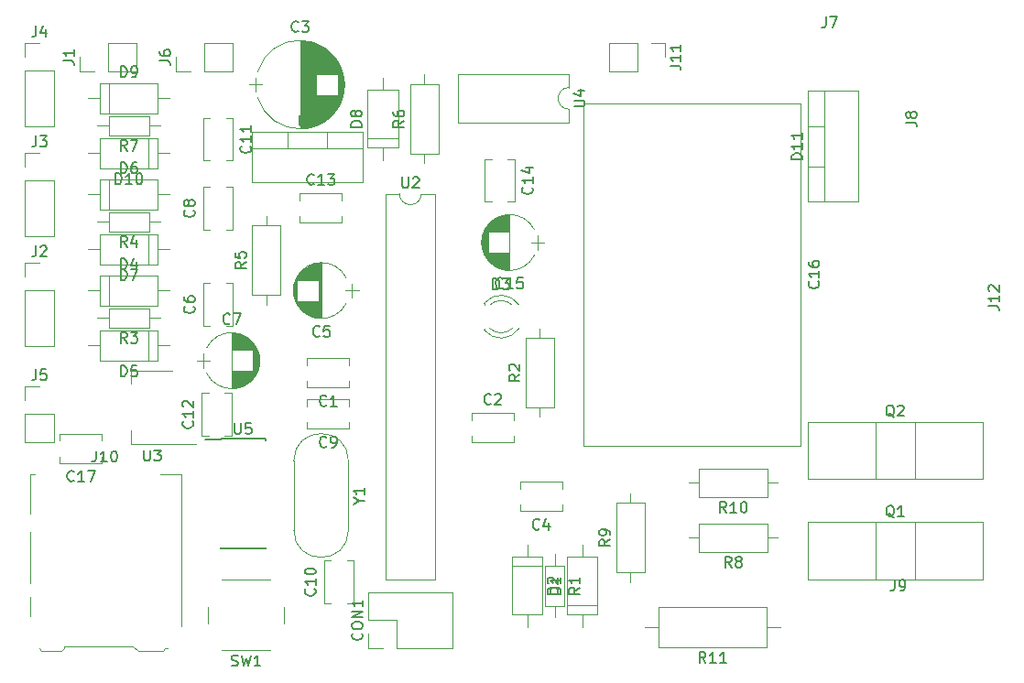
<source format=gbr>
G04 #@! TF.GenerationSoftware,KiCad,Pcbnew,(2017-12-14 revision b47a06e)-master*
G04 #@! TF.CreationDate,2017-12-14T15:45:35-08:00*
G04 #@! TF.ProjectId,Elephant-3,456C657068616E742D332E6B69636164,1*
G04 #@! TF.SameCoordinates,Original*
G04 #@! TF.FileFunction,Legend,Top*
G04 #@! TF.FilePolarity,Positive*
%FSLAX46Y46*%
G04 Gerber Fmt 4.6, Leading zero omitted, Abs format (unit mm)*
G04 Created by KiCad (PCBNEW (2017-12-14 revision b47a06e)-master) date Thursday, December 14, 2017 'PMt' 03:45:35 PM*
%MOMM*%
%LPD*%
G01*
G04 APERTURE LIST*
%ADD10C,0.120000*%
%ADD11C,0.150000*%
G04 APERTURE END LIST*
D10*
X151602000Y-96203000D02*
X151602000Y-96359000D01*
X151602000Y-93887000D02*
X151602000Y-94043000D01*
X154203130Y-96202837D02*
G75*
G02X152121039Y-96203000I-1041130J1079837D01*
G01*
X154203130Y-94043163D02*
G75*
G03X152121039Y-94043000I-1041130J-1079837D01*
G01*
X154834335Y-96201608D02*
G75*
G02X151602000Y-96358516I-1672335J1078608D01*
G01*
X154834335Y-94044392D02*
G75*
G03X151602000Y-93887484I-1672335J-1078608D01*
G01*
X180875000Y-107030000D02*
X160755000Y-107030000D01*
X180875000Y-75410000D02*
X160755000Y-75410000D01*
X160755000Y-75410000D02*
X160755000Y-107030000D01*
X180875000Y-75410000D02*
X180875000Y-107030000D01*
X139140000Y-101690000D02*
X135220000Y-101690000D01*
X139140000Y-98970000D02*
X135220000Y-98970000D01*
X139140000Y-101690000D02*
X139140000Y-101080000D01*
X139140000Y-99580000D02*
X139140000Y-98970000D01*
X135220000Y-101690000D02*
X135220000Y-101080000D01*
X135220000Y-99580000D02*
X135220000Y-98970000D01*
X150420000Y-104050000D02*
X154340000Y-104050000D01*
X150420000Y-106770000D02*
X154340000Y-106770000D01*
X150420000Y-104050000D02*
X150420000Y-104660000D01*
X150420000Y-106160000D02*
X150420000Y-106770000D01*
X154340000Y-104050000D02*
X154340000Y-104660000D01*
X154340000Y-106160000D02*
X154340000Y-106770000D01*
X138496851Y-72482555D02*
G75*
G03X130663918Y-72480000I-3916851J-1177445D01*
G01*
X138496851Y-74837445D02*
G75*
G02X130663918Y-74840000I-3916851J1177445D01*
G01*
X138496851Y-74837445D02*
G75*
G03X138496082Y-72480000I-3916851J1177445D01*
G01*
X134580000Y-69610000D02*
X134580000Y-77710000D01*
X134620000Y-69610000D02*
X134620000Y-77710000D01*
X134660000Y-69610000D02*
X134660000Y-77710000D01*
X134700000Y-69611000D02*
X134700000Y-77709000D01*
X134740000Y-69613000D02*
X134740000Y-77707000D01*
X134780000Y-69614000D02*
X134780000Y-77706000D01*
X134820000Y-69617000D02*
X134820000Y-77703000D01*
X134860000Y-69619000D02*
X134860000Y-77701000D01*
X134900000Y-69622000D02*
X134900000Y-77698000D01*
X134940000Y-69625000D02*
X134940000Y-77695000D01*
X134980000Y-69629000D02*
X134980000Y-77691000D01*
X135020000Y-69633000D02*
X135020000Y-77687000D01*
X135060000Y-69638000D02*
X135060000Y-77682000D01*
X135100000Y-69643000D02*
X135100000Y-77677000D01*
X135140000Y-69648000D02*
X135140000Y-77672000D01*
X135180000Y-69654000D02*
X135180000Y-77666000D01*
X135220000Y-69660000D02*
X135220000Y-77660000D01*
X135260000Y-69666000D02*
X135260000Y-77654000D01*
X135301000Y-69673000D02*
X135301000Y-77647000D01*
X135341000Y-69681000D02*
X135341000Y-77639000D01*
X135381000Y-69689000D02*
X135381000Y-77631000D01*
X135421000Y-69697000D02*
X135421000Y-77623000D01*
X135461000Y-69705000D02*
X135461000Y-77615000D01*
X135501000Y-69714000D02*
X135501000Y-77606000D01*
X135541000Y-69724000D02*
X135541000Y-77596000D01*
X135581000Y-69734000D02*
X135581000Y-77586000D01*
X135621000Y-69744000D02*
X135621000Y-77576000D01*
X135661000Y-69755000D02*
X135661000Y-77565000D01*
X135701000Y-69766000D02*
X135701000Y-77554000D01*
X135741000Y-69777000D02*
X135741000Y-77543000D01*
X135781000Y-69790000D02*
X135781000Y-77530000D01*
X135821000Y-69802000D02*
X135821000Y-77518000D01*
X135861000Y-69815000D02*
X135861000Y-77505000D01*
X135901000Y-69828000D02*
X135901000Y-77492000D01*
X135941000Y-69842000D02*
X135941000Y-77478000D01*
X135981000Y-69857000D02*
X135981000Y-77463000D01*
X136021000Y-69871000D02*
X136021000Y-77449000D01*
X136061000Y-69887000D02*
X136061000Y-77433000D01*
X136101000Y-69902000D02*
X136101000Y-72680000D01*
X136101000Y-74640000D02*
X136101000Y-77418000D01*
X136141000Y-69919000D02*
X136141000Y-72680000D01*
X136141000Y-74640000D02*
X136141000Y-77401000D01*
X136181000Y-69935000D02*
X136181000Y-72680000D01*
X136181000Y-74640000D02*
X136181000Y-77385000D01*
X136221000Y-69953000D02*
X136221000Y-72680000D01*
X136221000Y-74640000D02*
X136221000Y-77367000D01*
X136261000Y-69970000D02*
X136261000Y-72680000D01*
X136261000Y-74640000D02*
X136261000Y-77350000D01*
X136301000Y-69989000D02*
X136301000Y-72680000D01*
X136301000Y-74640000D02*
X136301000Y-77331000D01*
X136341000Y-70008000D02*
X136341000Y-72680000D01*
X136341000Y-74640000D02*
X136341000Y-77312000D01*
X136381000Y-70027000D02*
X136381000Y-72680000D01*
X136381000Y-74640000D02*
X136381000Y-77293000D01*
X136421000Y-70047000D02*
X136421000Y-72680000D01*
X136421000Y-74640000D02*
X136421000Y-77273000D01*
X136461000Y-70067000D02*
X136461000Y-72680000D01*
X136461000Y-74640000D02*
X136461000Y-77253000D01*
X136501000Y-70088000D02*
X136501000Y-72680000D01*
X136501000Y-74640000D02*
X136501000Y-77232000D01*
X136541000Y-70110000D02*
X136541000Y-72680000D01*
X136541000Y-74640000D02*
X136541000Y-77210000D01*
X136581000Y-70132000D02*
X136581000Y-72680000D01*
X136581000Y-74640000D02*
X136581000Y-77188000D01*
X136621000Y-70155000D02*
X136621000Y-72680000D01*
X136621000Y-74640000D02*
X136621000Y-77165000D01*
X136661000Y-70178000D02*
X136661000Y-72680000D01*
X136661000Y-74640000D02*
X136661000Y-77142000D01*
X136701000Y-70202000D02*
X136701000Y-72680000D01*
X136701000Y-74640000D02*
X136701000Y-77118000D01*
X136741000Y-70226000D02*
X136741000Y-72680000D01*
X136741000Y-74640000D02*
X136741000Y-77094000D01*
X136781000Y-70252000D02*
X136781000Y-72680000D01*
X136781000Y-74640000D02*
X136781000Y-77068000D01*
X136821000Y-70277000D02*
X136821000Y-72680000D01*
X136821000Y-74640000D02*
X136821000Y-77043000D01*
X136861000Y-70304000D02*
X136861000Y-72680000D01*
X136861000Y-74640000D02*
X136861000Y-77016000D01*
X136901000Y-70331000D02*
X136901000Y-72680000D01*
X136901000Y-74640000D02*
X136901000Y-76989000D01*
X136941000Y-70359000D02*
X136941000Y-72680000D01*
X136941000Y-74640000D02*
X136941000Y-76961000D01*
X136981000Y-70388000D02*
X136981000Y-72680000D01*
X136981000Y-74640000D02*
X136981000Y-76932000D01*
X137021000Y-70417000D02*
X137021000Y-72680000D01*
X137021000Y-74640000D02*
X137021000Y-76903000D01*
X137061000Y-70447000D02*
X137061000Y-72680000D01*
X137061000Y-74640000D02*
X137061000Y-76873000D01*
X137101000Y-70478000D02*
X137101000Y-72680000D01*
X137101000Y-74640000D02*
X137101000Y-76842000D01*
X137141000Y-70510000D02*
X137141000Y-72680000D01*
X137141000Y-74640000D02*
X137141000Y-76810000D01*
X137181000Y-70542000D02*
X137181000Y-72680000D01*
X137181000Y-74640000D02*
X137181000Y-76778000D01*
X137221000Y-70576000D02*
X137221000Y-72680000D01*
X137221000Y-74640000D02*
X137221000Y-76744000D01*
X137261000Y-70610000D02*
X137261000Y-72680000D01*
X137261000Y-74640000D02*
X137261000Y-76710000D01*
X137301000Y-70645000D02*
X137301000Y-72680000D01*
X137301000Y-74640000D02*
X137301000Y-76675000D01*
X137341000Y-70681000D02*
X137341000Y-72680000D01*
X137341000Y-74640000D02*
X137341000Y-76639000D01*
X137381000Y-70718000D02*
X137381000Y-72680000D01*
X137381000Y-74640000D02*
X137381000Y-76602000D01*
X137421000Y-70756000D02*
X137421000Y-72680000D01*
X137421000Y-74640000D02*
X137421000Y-76564000D01*
X137461000Y-70795000D02*
X137461000Y-72680000D01*
X137461000Y-74640000D02*
X137461000Y-76525000D01*
X137501000Y-70836000D02*
X137501000Y-72680000D01*
X137501000Y-74640000D02*
X137501000Y-76484000D01*
X137541000Y-70877000D02*
X137541000Y-72680000D01*
X137541000Y-74640000D02*
X137541000Y-76443000D01*
X137581000Y-70920000D02*
X137581000Y-72680000D01*
X137581000Y-74640000D02*
X137581000Y-76400000D01*
X137621000Y-70963000D02*
X137621000Y-72680000D01*
X137621000Y-74640000D02*
X137621000Y-76357000D01*
X137661000Y-71008000D02*
X137661000Y-72680000D01*
X137661000Y-74640000D02*
X137661000Y-76312000D01*
X137701000Y-71055000D02*
X137701000Y-72680000D01*
X137701000Y-74640000D02*
X137701000Y-76265000D01*
X137741000Y-71103000D02*
X137741000Y-72680000D01*
X137741000Y-74640000D02*
X137741000Y-76217000D01*
X137781000Y-71152000D02*
X137781000Y-72680000D01*
X137781000Y-74640000D02*
X137781000Y-76168000D01*
X137821000Y-71203000D02*
X137821000Y-72680000D01*
X137821000Y-74640000D02*
X137821000Y-76117000D01*
X137861000Y-71256000D02*
X137861000Y-72680000D01*
X137861000Y-74640000D02*
X137861000Y-76064000D01*
X137901000Y-71311000D02*
X137901000Y-72680000D01*
X137901000Y-74640000D02*
X137901000Y-76009000D01*
X137941000Y-71367000D02*
X137941000Y-72680000D01*
X137941000Y-74640000D02*
X137941000Y-75953000D01*
X137981000Y-71426000D02*
X137981000Y-72680000D01*
X137981000Y-74640000D02*
X137981000Y-75894000D01*
X138021000Y-71487000D02*
X138021000Y-72680000D01*
X138021000Y-74640000D02*
X138021000Y-75833000D01*
X138061000Y-71551000D02*
X138061000Y-75769000D01*
X138101000Y-71617000D02*
X138101000Y-75703000D01*
X138141000Y-71686000D02*
X138141000Y-75634000D01*
X138181000Y-71758000D02*
X138181000Y-75562000D01*
X138221000Y-71834000D02*
X138221000Y-75486000D01*
X138261000Y-71915000D02*
X138261000Y-75405000D01*
X138301000Y-72000000D02*
X138301000Y-75320000D01*
X138341000Y-72090000D02*
X138341000Y-75230000D01*
X138381000Y-72187000D02*
X138381000Y-75133000D01*
X138421000Y-72291000D02*
X138421000Y-75029000D01*
X138461000Y-72406000D02*
X138461000Y-74914000D01*
X138501000Y-72533000D02*
X138501000Y-74787000D01*
X138541000Y-72677000D02*
X138541000Y-74643000D01*
X138581000Y-72846000D02*
X138581000Y-74474000D01*
X138621000Y-73062000D02*
X138621000Y-74258000D01*
X138661000Y-73414000D02*
X138661000Y-73906000D01*
X129880000Y-73660000D02*
X131080000Y-73660000D01*
X130480000Y-73010000D02*
X130480000Y-74310000D01*
X158825000Y-113120000D02*
X154905000Y-113120000D01*
X158825000Y-110400000D02*
X154905000Y-110400000D01*
X158825000Y-113120000D02*
X158825000Y-112510000D01*
X158825000Y-111010000D02*
X158825000Y-110400000D01*
X154905000Y-113120000D02*
X154905000Y-112510000D01*
X154905000Y-111010000D02*
X154905000Y-110400000D01*
X134239278Y-93889723D02*
G75*
G03X138850580Y-93890000I2305722J1179723D01*
G01*
X134239278Y-91530277D02*
G75*
G02X138850580Y-91530000I2305722J-1179723D01*
G01*
X134239278Y-91530277D02*
G75*
G03X134239420Y-93890000I2305722J-1179723D01*
G01*
X136545000Y-95260000D02*
X136545000Y-90160000D01*
X136505000Y-95260000D02*
X136505000Y-90160000D01*
X136465000Y-95259000D02*
X136465000Y-90161000D01*
X136425000Y-95258000D02*
X136425000Y-90162000D01*
X136385000Y-95256000D02*
X136385000Y-90164000D01*
X136345000Y-95253000D02*
X136345000Y-90167000D01*
X136305000Y-95249000D02*
X136305000Y-90171000D01*
X136265000Y-95245000D02*
X136265000Y-93690000D01*
X136265000Y-91730000D02*
X136265000Y-90175000D01*
X136225000Y-95241000D02*
X136225000Y-93690000D01*
X136225000Y-91730000D02*
X136225000Y-90179000D01*
X136185000Y-95235000D02*
X136185000Y-93690000D01*
X136185000Y-91730000D02*
X136185000Y-90185000D01*
X136145000Y-95229000D02*
X136145000Y-93690000D01*
X136145000Y-91730000D02*
X136145000Y-90191000D01*
X136105000Y-95223000D02*
X136105000Y-93690000D01*
X136105000Y-91730000D02*
X136105000Y-90197000D01*
X136065000Y-95216000D02*
X136065000Y-93690000D01*
X136065000Y-91730000D02*
X136065000Y-90204000D01*
X136025000Y-95208000D02*
X136025000Y-93690000D01*
X136025000Y-91730000D02*
X136025000Y-90212000D01*
X135985000Y-95199000D02*
X135985000Y-93690000D01*
X135985000Y-91730000D02*
X135985000Y-90221000D01*
X135945000Y-95190000D02*
X135945000Y-93690000D01*
X135945000Y-91730000D02*
X135945000Y-90230000D01*
X135905000Y-95180000D02*
X135905000Y-93690000D01*
X135905000Y-91730000D02*
X135905000Y-90240000D01*
X135865000Y-95170000D02*
X135865000Y-93690000D01*
X135865000Y-91730000D02*
X135865000Y-90250000D01*
X135824000Y-95158000D02*
X135824000Y-93690000D01*
X135824000Y-91730000D02*
X135824000Y-90262000D01*
X135784000Y-95146000D02*
X135784000Y-93690000D01*
X135784000Y-91730000D02*
X135784000Y-90274000D01*
X135744000Y-95134000D02*
X135744000Y-93690000D01*
X135744000Y-91730000D02*
X135744000Y-90286000D01*
X135704000Y-95120000D02*
X135704000Y-93690000D01*
X135704000Y-91730000D02*
X135704000Y-90300000D01*
X135664000Y-95106000D02*
X135664000Y-93690000D01*
X135664000Y-91730000D02*
X135664000Y-90314000D01*
X135624000Y-95092000D02*
X135624000Y-93690000D01*
X135624000Y-91730000D02*
X135624000Y-90328000D01*
X135584000Y-95076000D02*
X135584000Y-93690000D01*
X135584000Y-91730000D02*
X135584000Y-90344000D01*
X135544000Y-95060000D02*
X135544000Y-93690000D01*
X135544000Y-91730000D02*
X135544000Y-90360000D01*
X135504000Y-95043000D02*
X135504000Y-93690000D01*
X135504000Y-91730000D02*
X135504000Y-90377000D01*
X135464000Y-95025000D02*
X135464000Y-93690000D01*
X135464000Y-91730000D02*
X135464000Y-90395000D01*
X135424000Y-95006000D02*
X135424000Y-93690000D01*
X135424000Y-91730000D02*
X135424000Y-90414000D01*
X135384000Y-94986000D02*
X135384000Y-93690000D01*
X135384000Y-91730000D02*
X135384000Y-90434000D01*
X135344000Y-94966000D02*
X135344000Y-93690000D01*
X135344000Y-91730000D02*
X135344000Y-90454000D01*
X135304000Y-94944000D02*
X135304000Y-93690000D01*
X135304000Y-91730000D02*
X135304000Y-90476000D01*
X135264000Y-94922000D02*
X135264000Y-93690000D01*
X135264000Y-91730000D02*
X135264000Y-90498000D01*
X135224000Y-94899000D02*
X135224000Y-93690000D01*
X135224000Y-91730000D02*
X135224000Y-90521000D01*
X135184000Y-94875000D02*
X135184000Y-93690000D01*
X135184000Y-91730000D02*
X135184000Y-90545000D01*
X135144000Y-94850000D02*
X135144000Y-93690000D01*
X135144000Y-91730000D02*
X135144000Y-90570000D01*
X135104000Y-94823000D02*
X135104000Y-93690000D01*
X135104000Y-91730000D02*
X135104000Y-90597000D01*
X135064000Y-94796000D02*
X135064000Y-93690000D01*
X135064000Y-91730000D02*
X135064000Y-90624000D01*
X135024000Y-94768000D02*
X135024000Y-93690000D01*
X135024000Y-91730000D02*
X135024000Y-90652000D01*
X134984000Y-94738000D02*
X134984000Y-93690000D01*
X134984000Y-91730000D02*
X134984000Y-90682000D01*
X134944000Y-94707000D02*
X134944000Y-93690000D01*
X134944000Y-91730000D02*
X134944000Y-90713000D01*
X134904000Y-94675000D02*
X134904000Y-93690000D01*
X134904000Y-91730000D02*
X134904000Y-90745000D01*
X134864000Y-94642000D02*
X134864000Y-93690000D01*
X134864000Y-91730000D02*
X134864000Y-90778000D01*
X134824000Y-94607000D02*
X134824000Y-93690000D01*
X134824000Y-91730000D02*
X134824000Y-90813000D01*
X134784000Y-94571000D02*
X134784000Y-93690000D01*
X134784000Y-91730000D02*
X134784000Y-90849000D01*
X134744000Y-94533000D02*
X134744000Y-93690000D01*
X134744000Y-91730000D02*
X134744000Y-90887000D01*
X134704000Y-94493000D02*
X134704000Y-93690000D01*
X134704000Y-91730000D02*
X134704000Y-90927000D01*
X134664000Y-94452000D02*
X134664000Y-93690000D01*
X134664000Y-91730000D02*
X134664000Y-90968000D01*
X134624000Y-94409000D02*
X134624000Y-93690000D01*
X134624000Y-91730000D02*
X134624000Y-91011000D01*
X134584000Y-94364000D02*
X134584000Y-93690000D01*
X134584000Y-91730000D02*
X134584000Y-91056000D01*
X134544000Y-94316000D02*
X134544000Y-93690000D01*
X134544000Y-91730000D02*
X134544000Y-91104000D01*
X134504000Y-94266000D02*
X134504000Y-93690000D01*
X134504000Y-91730000D02*
X134504000Y-91154000D01*
X134464000Y-94214000D02*
X134464000Y-93690000D01*
X134464000Y-91730000D02*
X134464000Y-91206000D01*
X134424000Y-94158000D02*
X134424000Y-93690000D01*
X134424000Y-91730000D02*
X134424000Y-91262000D01*
X134384000Y-94100000D02*
X134384000Y-93690000D01*
X134384000Y-91730000D02*
X134384000Y-91320000D01*
X134344000Y-94037000D02*
X134344000Y-93690000D01*
X134344000Y-91730000D02*
X134344000Y-91383000D01*
X134304000Y-93971000D02*
X134304000Y-91449000D01*
X134264000Y-93899000D02*
X134264000Y-91521000D01*
X134224000Y-93822000D02*
X134224000Y-91598000D01*
X134184000Y-93738000D02*
X134184000Y-91682000D01*
X134144000Y-93644000D02*
X134144000Y-91776000D01*
X134104000Y-93539000D02*
X134104000Y-91881000D01*
X134064000Y-93417000D02*
X134064000Y-92003000D01*
X134024000Y-93269000D02*
X134024000Y-92151000D01*
X133984000Y-93064000D02*
X133984000Y-92356000D01*
X139995000Y-92710000D02*
X138795000Y-92710000D01*
X139395000Y-93360000D02*
X139395000Y-92060000D01*
X125640000Y-95960000D02*
X125640000Y-92040000D01*
X128360000Y-95960000D02*
X128360000Y-92040000D01*
X125640000Y-95960000D02*
X126250000Y-95960000D01*
X127750000Y-95960000D02*
X128360000Y-95960000D01*
X125640000Y-92040000D02*
X126250000Y-92040000D01*
X127750000Y-92040000D02*
X128360000Y-92040000D01*
X125640000Y-87070000D02*
X125640000Y-83150000D01*
X128360000Y-87070000D02*
X128360000Y-83150000D01*
X125640000Y-87070000D02*
X126250000Y-87070000D01*
X127750000Y-87070000D02*
X128360000Y-87070000D01*
X125640000Y-83150000D02*
X126250000Y-83150000D01*
X127750000Y-83150000D02*
X128360000Y-83150000D01*
X139140000Y-105500000D02*
X135220000Y-105500000D01*
X139140000Y-102780000D02*
X135220000Y-102780000D01*
X139140000Y-105500000D02*
X139140000Y-104890000D01*
X139140000Y-103390000D02*
X139140000Y-102780000D01*
X135220000Y-105500000D02*
X135220000Y-104890000D01*
X135220000Y-103390000D02*
X135220000Y-102780000D01*
X136816000Y-121614000D02*
X136816000Y-117694000D01*
X139536000Y-121614000D02*
X139536000Y-117694000D01*
X136816000Y-121614000D02*
X137426000Y-121614000D01*
X138926000Y-121614000D02*
X139536000Y-121614000D01*
X136816000Y-117694000D02*
X137426000Y-117694000D01*
X138926000Y-117694000D02*
X139536000Y-117694000D01*
X125513000Y-106120000D02*
X125513000Y-102200000D01*
X128233000Y-106120000D02*
X128233000Y-102200000D01*
X125513000Y-106120000D02*
X126123000Y-106120000D01*
X127623000Y-106120000D02*
X128233000Y-106120000D01*
X125513000Y-102200000D02*
X126123000Y-102200000D01*
X127623000Y-102200000D02*
X128233000Y-102200000D01*
X134545000Y-83730000D02*
X138465000Y-83730000D01*
X134545000Y-86450000D02*
X138465000Y-86450000D01*
X134545000Y-83730000D02*
X134545000Y-84340000D01*
X134545000Y-85840000D02*
X134545000Y-86450000D01*
X138465000Y-83730000D02*
X138465000Y-84340000D01*
X138465000Y-85840000D02*
X138465000Y-86450000D01*
X154395000Y-80570000D02*
X154395000Y-84490000D01*
X151675000Y-80570000D02*
X151675000Y-84490000D01*
X154395000Y-80570000D02*
X153785000Y-80570000D01*
X152285000Y-80570000D02*
X151675000Y-80570000D01*
X154395000Y-84490000D02*
X153785000Y-84490000D01*
X152285000Y-84490000D02*
X151675000Y-84490000D01*
X148650000Y-125790000D02*
X148650000Y-120590000D01*
X143510000Y-125790000D02*
X148650000Y-125790000D01*
X140910000Y-120590000D02*
X148650000Y-120590000D01*
X143510000Y-125790000D02*
X143510000Y-123190000D01*
X143510000Y-123190000D02*
X140910000Y-123190000D01*
X140910000Y-123190000D02*
X140910000Y-120590000D01*
X142240000Y-125790000D02*
X140910000Y-125790000D01*
X140910000Y-125790000D02*
X140910000Y-124460000D01*
X159245000Y-122675000D02*
X162065000Y-122675000D01*
X162065000Y-122675000D02*
X162065000Y-117355000D01*
X162065000Y-117355000D02*
X159245000Y-117355000D01*
X159245000Y-117355000D02*
X159245000Y-122675000D01*
X160655000Y-123815000D02*
X160655000Y-122675000D01*
X160655000Y-116215000D02*
X160655000Y-117355000D01*
X159245000Y-121835000D02*
X162065000Y-121835000D01*
X156985000Y-117355000D02*
X154165000Y-117355000D01*
X154165000Y-117355000D02*
X154165000Y-122675000D01*
X154165000Y-122675000D02*
X156985000Y-122675000D01*
X156985000Y-122675000D02*
X156985000Y-117355000D01*
X155575000Y-116215000D02*
X155575000Y-117355000D01*
X155575000Y-123815000D02*
X155575000Y-122675000D01*
X156985000Y-118195000D02*
X154165000Y-118195000D01*
X116085000Y-91300000D02*
X116085000Y-94120000D01*
X116085000Y-94120000D02*
X121405000Y-94120000D01*
X121405000Y-94120000D02*
X121405000Y-91300000D01*
X121405000Y-91300000D02*
X116085000Y-91300000D01*
X114945000Y-92710000D02*
X116085000Y-92710000D01*
X122545000Y-92710000D02*
X121405000Y-92710000D01*
X116925000Y-91300000D02*
X116925000Y-94120000D01*
X121405000Y-99200000D02*
X121405000Y-96380000D01*
X121405000Y-96380000D02*
X116085000Y-96380000D01*
X116085000Y-96380000D02*
X116085000Y-99200000D01*
X116085000Y-99200000D02*
X121405000Y-99200000D01*
X122545000Y-97790000D02*
X121405000Y-97790000D01*
X114945000Y-97790000D02*
X116085000Y-97790000D01*
X120565000Y-99200000D02*
X120565000Y-96380000D01*
X116085000Y-82410000D02*
X116085000Y-85230000D01*
X116085000Y-85230000D02*
X121405000Y-85230000D01*
X121405000Y-85230000D02*
X121405000Y-82410000D01*
X121405000Y-82410000D02*
X116085000Y-82410000D01*
X114945000Y-83820000D02*
X116085000Y-83820000D01*
X122545000Y-83820000D02*
X121405000Y-83820000D01*
X116925000Y-82410000D02*
X116925000Y-85230000D01*
X121405000Y-90310000D02*
X121405000Y-87490000D01*
X121405000Y-87490000D02*
X116085000Y-87490000D01*
X116085000Y-87490000D02*
X116085000Y-90310000D01*
X116085000Y-90310000D02*
X121405000Y-90310000D01*
X122545000Y-88900000D02*
X121405000Y-88900000D01*
X114945000Y-88900000D02*
X116085000Y-88900000D01*
X120565000Y-90310000D02*
X120565000Y-87490000D01*
X140830000Y-79495000D02*
X143650000Y-79495000D01*
X143650000Y-79495000D02*
X143650000Y-74175000D01*
X143650000Y-74175000D02*
X140830000Y-74175000D01*
X140830000Y-74175000D02*
X140830000Y-79495000D01*
X142240000Y-80635000D02*
X142240000Y-79495000D01*
X142240000Y-73035000D02*
X142240000Y-74175000D01*
X140830000Y-78655000D02*
X143650000Y-78655000D01*
X116085000Y-73520000D02*
X116085000Y-76340000D01*
X116085000Y-76340000D02*
X121405000Y-76340000D01*
X121405000Y-76340000D02*
X121405000Y-73520000D01*
X121405000Y-73520000D02*
X116085000Y-73520000D01*
X114945000Y-74930000D02*
X116085000Y-74930000D01*
X122545000Y-74930000D02*
X121405000Y-74930000D01*
X116925000Y-73520000D02*
X116925000Y-76340000D01*
X121405000Y-81420000D02*
X121405000Y-78600000D01*
X121405000Y-78600000D02*
X116085000Y-78600000D01*
X116085000Y-78600000D02*
X116085000Y-81420000D01*
X116085000Y-81420000D02*
X121405000Y-81420000D01*
X122545000Y-80010000D02*
X121405000Y-80010000D01*
X114945000Y-80010000D02*
X116085000Y-80010000D01*
X120565000Y-81420000D02*
X120565000Y-78600000D01*
X181530000Y-84495000D02*
X181530000Y-74255000D01*
X186171000Y-84495000D02*
X186171000Y-74255000D01*
X181530000Y-84495000D02*
X186171000Y-84495000D01*
X181530000Y-74255000D02*
X186171000Y-74255000D01*
X183040000Y-84495000D02*
X183040000Y-74255000D01*
X181530000Y-81225000D02*
X183040000Y-81225000D01*
X181530000Y-77524000D02*
X183040000Y-77524000D01*
X119440000Y-72450000D02*
X119440000Y-69790000D01*
X116840000Y-72450000D02*
X119440000Y-72450000D01*
X116840000Y-69790000D02*
X119440000Y-69790000D01*
X116840000Y-72450000D02*
X116840000Y-69790000D01*
X115570000Y-72450000D02*
X114240000Y-72450000D01*
X114240000Y-72450000D02*
X114240000Y-71120000D01*
X109160000Y-97850000D02*
X111820000Y-97850000D01*
X109160000Y-92710000D02*
X109160000Y-97850000D01*
X111820000Y-92710000D02*
X111820000Y-97850000D01*
X109160000Y-92710000D02*
X111820000Y-92710000D01*
X109160000Y-91440000D02*
X109160000Y-90110000D01*
X109160000Y-90110000D02*
X110490000Y-90110000D01*
X109160000Y-87690000D02*
X111820000Y-87690000D01*
X109160000Y-82550000D02*
X109160000Y-87690000D01*
X111820000Y-82550000D02*
X111820000Y-87690000D01*
X109160000Y-82550000D02*
X111820000Y-82550000D01*
X109160000Y-81280000D02*
X109160000Y-79950000D01*
X109160000Y-79950000D02*
X110490000Y-79950000D01*
X109160000Y-77530000D02*
X111820000Y-77530000D01*
X109160000Y-72390000D02*
X109160000Y-77530000D01*
X111820000Y-72390000D02*
X111820000Y-77530000D01*
X109160000Y-72390000D02*
X111820000Y-72390000D01*
X109160000Y-71120000D02*
X109160000Y-69790000D01*
X109160000Y-69790000D02*
X110490000Y-69790000D01*
X109160000Y-106740000D02*
X111820000Y-106740000D01*
X109160000Y-104140000D02*
X109160000Y-106740000D01*
X111820000Y-104140000D02*
X111820000Y-106740000D01*
X109160000Y-104140000D02*
X111820000Y-104140000D01*
X109160000Y-102870000D02*
X109160000Y-101540000D01*
X109160000Y-101540000D02*
X110490000Y-101540000D01*
X128330000Y-72450000D02*
X128330000Y-69790000D01*
X125730000Y-72450000D02*
X128330000Y-72450000D01*
X125730000Y-69790000D02*
X128330000Y-69790000D01*
X125730000Y-72450000D02*
X125730000Y-69790000D01*
X124460000Y-72450000D02*
X123130000Y-72450000D01*
X123130000Y-72450000D02*
X123130000Y-71120000D01*
X119610000Y-126000000D02*
X119100000Y-125650000D01*
X122120000Y-125800000D02*
X122380000Y-125800000D01*
X121920000Y-126000000D02*
X122120000Y-125800000D01*
X112520000Y-126000000D02*
X112730000Y-125800000D01*
X112730000Y-125650000D02*
X112730000Y-125800000D01*
X112730000Y-125650000D02*
X119100000Y-125650000D01*
X109630000Y-121040000D02*
X109630000Y-122840000D01*
X109630000Y-115040000D02*
X109630000Y-119740000D01*
X110660000Y-126000000D02*
X110460000Y-125800000D01*
X110660000Y-126000000D02*
X112520000Y-126000000D01*
X121920000Y-126000000D02*
X119610000Y-126000000D01*
X109630000Y-109730000D02*
X109630000Y-113340000D01*
X110080000Y-109730000D02*
X109630000Y-109730000D01*
X123600000Y-109730000D02*
X123600000Y-123740000D01*
X121680000Y-109730000D02*
X123600000Y-109730000D01*
X163135000Y-69790000D02*
X163135000Y-72450000D01*
X165735000Y-69790000D02*
X163135000Y-69790000D01*
X165735000Y-72450000D02*
X163135000Y-72450000D01*
X165735000Y-69790000D02*
X165735000Y-72450000D01*
X167005000Y-69790000D02*
X168335000Y-69790000D01*
X168335000Y-69790000D02*
X168335000Y-71120000D01*
X181530000Y-114135000D02*
X197670000Y-114135000D01*
X181530000Y-119406000D02*
X197670000Y-119406000D01*
X181530000Y-114135000D02*
X181530000Y-119406000D01*
X197670000Y-114135000D02*
X197670000Y-119406000D01*
X187796000Y-114135000D02*
X187796000Y-119406000D01*
X191405000Y-114135000D02*
X191405000Y-119406000D01*
X181530000Y-104864000D02*
X197670000Y-104864000D01*
X181530000Y-110135000D02*
X197670000Y-110135000D01*
X181530000Y-104864000D02*
X181530000Y-110135000D01*
X197670000Y-104864000D02*
X197670000Y-110135000D01*
X187796000Y-104864000D02*
X187796000Y-110135000D01*
X191405000Y-104864000D02*
X191405000Y-110135000D01*
X158975000Y-118155000D02*
X157255000Y-118155000D01*
X157255000Y-118155000D02*
X157255000Y-121875000D01*
X157255000Y-121875000D02*
X158975000Y-121875000D01*
X158975000Y-121875000D02*
X158975000Y-118155000D01*
X158115000Y-117085000D02*
X158115000Y-118155000D01*
X158115000Y-122945000D02*
X158115000Y-121875000D01*
X155433400Y-103514600D02*
X158053400Y-103514600D01*
X158053400Y-103514600D02*
X158053400Y-97094600D01*
X158053400Y-97094600D02*
X155433400Y-97094600D01*
X155433400Y-97094600D02*
X155433400Y-103514600D01*
X156743400Y-104404600D02*
X156743400Y-103514600D01*
X156743400Y-96204600D02*
X156743400Y-97094600D01*
X120605000Y-96110000D02*
X120605000Y-94390000D01*
X120605000Y-94390000D02*
X116885000Y-94390000D01*
X116885000Y-94390000D02*
X116885000Y-96110000D01*
X116885000Y-96110000D02*
X120605000Y-96110000D01*
X121675000Y-95250000D02*
X120605000Y-95250000D01*
X115815000Y-95250000D02*
X116885000Y-95250000D01*
X120605000Y-87220000D02*
X120605000Y-85500000D01*
X120605000Y-85500000D02*
X116885000Y-85500000D01*
X116885000Y-85500000D02*
X116885000Y-87220000D01*
X116885000Y-87220000D02*
X120605000Y-87220000D01*
X121675000Y-86360000D02*
X120605000Y-86360000D01*
X115815000Y-86360000D02*
X116885000Y-86360000D01*
X130135000Y-93126000D02*
X132755000Y-93126000D01*
X132755000Y-93126000D02*
X132755000Y-86706000D01*
X132755000Y-86706000D02*
X130135000Y-86706000D01*
X130135000Y-86706000D02*
X130135000Y-93126000D01*
X131445000Y-94016000D02*
X131445000Y-93126000D01*
X131445000Y-85816000D02*
X131445000Y-86706000D01*
X144740000Y-80045000D02*
X147360000Y-80045000D01*
X147360000Y-80045000D02*
X147360000Y-73625000D01*
X147360000Y-73625000D02*
X144740000Y-73625000D01*
X144740000Y-73625000D02*
X144740000Y-80045000D01*
X146050000Y-80935000D02*
X146050000Y-80045000D01*
X146050000Y-72735000D02*
X146050000Y-73625000D01*
X120605000Y-78330000D02*
X120605000Y-76610000D01*
X120605000Y-76610000D02*
X116885000Y-76610000D01*
X116885000Y-76610000D02*
X116885000Y-78330000D01*
X116885000Y-78330000D02*
X120605000Y-78330000D01*
X121675000Y-77470000D02*
X120605000Y-77470000D01*
X115815000Y-77470000D02*
X116885000Y-77470000D01*
X177835000Y-116880000D02*
X177835000Y-114260000D01*
X177835000Y-114260000D02*
X171415000Y-114260000D01*
X171415000Y-114260000D02*
X171415000Y-116880000D01*
X171415000Y-116880000D02*
X177835000Y-116880000D01*
X178725000Y-115570000D02*
X177835000Y-115570000D01*
X170525000Y-115570000D02*
X171415000Y-115570000D01*
X163790000Y-118780000D02*
X166410000Y-118780000D01*
X166410000Y-118780000D02*
X166410000Y-112360000D01*
X166410000Y-112360000D02*
X163790000Y-112360000D01*
X163790000Y-112360000D02*
X163790000Y-118780000D01*
X165100000Y-119670000D02*
X165100000Y-118780000D01*
X165100000Y-111470000D02*
X165100000Y-112360000D01*
X177835000Y-111800000D02*
X177835000Y-109180000D01*
X177835000Y-109180000D02*
X171415000Y-109180000D01*
X171415000Y-109180000D02*
X171415000Y-111800000D01*
X171415000Y-111800000D02*
X177835000Y-111800000D01*
X178725000Y-110490000D02*
X177835000Y-110490000D01*
X170525000Y-110490000D02*
X171415000Y-110490000D01*
X177730000Y-125685000D02*
X177730000Y-121965000D01*
X177730000Y-121965000D02*
X167710000Y-121965000D01*
X167710000Y-121965000D02*
X167710000Y-125685000D01*
X167710000Y-125685000D02*
X177730000Y-125685000D01*
X178960000Y-123825000D02*
X177730000Y-123825000D01*
X166480000Y-123825000D02*
X167710000Y-123825000D01*
X131842000Y-119468000D02*
X127342000Y-119468000D01*
X133092000Y-123468000D02*
X133092000Y-121968000D01*
X127342000Y-125968000D02*
X131842000Y-125968000D01*
X126092000Y-121968000D02*
X126092000Y-123468000D01*
X130135000Y-78025000D02*
X140375000Y-78025000D01*
X130135000Y-82666000D02*
X140375000Y-82666000D01*
X130135000Y-78025000D02*
X130135000Y-82666000D01*
X140375000Y-78025000D02*
X140375000Y-82666000D01*
X130135000Y-79535000D02*
X140375000Y-79535000D01*
X133405000Y-78025000D02*
X133405000Y-79535000D01*
X137106000Y-78025000D02*
X137106000Y-79535000D01*
X145780000Y-83760000D02*
G75*
G02X143780000Y-83760000I-1000000J0D01*
G01*
X143780000Y-83760000D02*
X142530000Y-83760000D01*
X142530000Y-83760000D02*
X142530000Y-119440000D01*
X142530000Y-119440000D02*
X147030000Y-119440000D01*
X147030000Y-119440000D02*
X147030000Y-83760000D01*
X147030000Y-83760000D02*
X145780000Y-83760000D01*
X118994000Y-100095000D02*
X118994000Y-101355000D01*
X118994000Y-106915000D02*
X118994000Y-105655000D01*
X122754000Y-100095000D02*
X118994000Y-100095000D01*
X125004000Y-106915000D02*
X118994000Y-106915000D01*
X159445000Y-75930000D02*
G75*
G02X159445000Y-73930000I0J1000000D01*
G01*
X159445000Y-73930000D02*
X159445000Y-72680000D01*
X159445000Y-72680000D02*
X149165000Y-72680000D01*
X149165000Y-72680000D02*
X149165000Y-77180000D01*
X149165000Y-77180000D02*
X159445000Y-77180000D01*
X159445000Y-77180000D02*
X159445000Y-75930000D01*
D11*
X127211000Y-106431000D02*
X127211000Y-106456000D01*
X131361000Y-106431000D02*
X131361000Y-106536000D01*
X131361000Y-116581000D02*
X131361000Y-116476000D01*
X127211000Y-116581000D02*
X127211000Y-116476000D01*
X127211000Y-106431000D02*
X131361000Y-106431000D01*
X127211000Y-116581000D02*
X131361000Y-116581000D01*
X127211000Y-106456000D02*
X125836000Y-106456000D01*
D10*
X139050000Y-108460000D02*
X139050000Y-114860000D01*
X134000000Y-108460000D02*
X134000000Y-114860000D01*
X134000000Y-108460000D02*
G75*
G02X139050000Y-108460000I2525000J0D01*
G01*
X134000000Y-114860000D02*
G75*
G03X139050000Y-114860000I2525000J0D01*
G01*
X126250000Y-80680000D02*
X125640000Y-80680000D01*
X128360000Y-80680000D02*
X127750000Y-80680000D01*
X126250000Y-76760000D02*
X125640000Y-76760000D01*
X128360000Y-76760000D02*
X127750000Y-76760000D01*
X125640000Y-76760000D02*
X125640000Y-80680000D01*
X128360000Y-76760000D02*
X128360000Y-80680000D01*
X130559722Y-98007277D02*
G75*
G03X125948420Y-98007000I-2305722J-1179723D01*
G01*
X130559722Y-100366723D02*
G75*
G02X125948420Y-100367000I-2305722J1179723D01*
G01*
X130559722Y-100366723D02*
G75*
G03X130559580Y-98007000I-2305722J1179723D01*
G01*
X128254000Y-96637000D02*
X128254000Y-101737000D01*
X128294000Y-96637000D02*
X128294000Y-98207000D01*
X128294000Y-100167000D02*
X128294000Y-101737000D01*
X128334000Y-96638000D02*
X128334000Y-98207000D01*
X128334000Y-100167000D02*
X128334000Y-101736000D01*
X128374000Y-96639000D02*
X128374000Y-98207000D01*
X128374000Y-100167000D02*
X128374000Y-101735000D01*
X128414000Y-96641000D02*
X128414000Y-98207000D01*
X128414000Y-100167000D02*
X128414000Y-101733000D01*
X128454000Y-96644000D02*
X128454000Y-98207000D01*
X128454000Y-100167000D02*
X128454000Y-101730000D01*
X128494000Y-96648000D02*
X128494000Y-98207000D01*
X128494000Y-100167000D02*
X128494000Y-101726000D01*
X128534000Y-96652000D02*
X128534000Y-98207000D01*
X128534000Y-100167000D02*
X128534000Y-101722000D01*
X128574000Y-96656000D02*
X128574000Y-98207000D01*
X128574000Y-100167000D02*
X128574000Y-101718000D01*
X128614000Y-96662000D02*
X128614000Y-98207000D01*
X128614000Y-100167000D02*
X128614000Y-101712000D01*
X128654000Y-96668000D02*
X128654000Y-98207000D01*
X128654000Y-100167000D02*
X128654000Y-101706000D01*
X128694000Y-96674000D02*
X128694000Y-98207000D01*
X128694000Y-100167000D02*
X128694000Y-101700000D01*
X128734000Y-96681000D02*
X128734000Y-98207000D01*
X128734000Y-100167000D02*
X128734000Y-101693000D01*
X128774000Y-96689000D02*
X128774000Y-98207000D01*
X128774000Y-100167000D02*
X128774000Y-101685000D01*
X128814000Y-96698000D02*
X128814000Y-98207000D01*
X128814000Y-100167000D02*
X128814000Y-101676000D01*
X128854000Y-96707000D02*
X128854000Y-98207000D01*
X128854000Y-100167000D02*
X128854000Y-101667000D01*
X128894000Y-96717000D02*
X128894000Y-98207000D01*
X128894000Y-100167000D02*
X128894000Y-101657000D01*
X128934000Y-96727000D02*
X128934000Y-98207000D01*
X128934000Y-100167000D02*
X128934000Y-101647000D01*
X128975000Y-96739000D02*
X128975000Y-98207000D01*
X128975000Y-100167000D02*
X128975000Y-101635000D01*
X129015000Y-96751000D02*
X129015000Y-98207000D01*
X129015000Y-100167000D02*
X129015000Y-101623000D01*
X129055000Y-96763000D02*
X129055000Y-98207000D01*
X129055000Y-100167000D02*
X129055000Y-101611000D01*
X129095000Y-96777000D02*
X129095000Y-98207000D01*
X129095000Y-100167000D02*
X129095000Y-101597000D01*
X129135000Y-96791000D02*
X129135000Y-98207000D01*
X129135000Y-100167000D02*
X129135000Y-101583000D01*
X129175000Y-96805000D02*
X129175000Y-98207000D01*
X129175000Y-100167000D02*
X129175000Y-101569000D01*
X129215000Y-96821000D02*
X129215000Y-98207000D01*
X129215000Y-100167000D02*
X129215000Y-101553000D01*
X129255000Y-96837000D02*
X129255000Y-98207000D01*
X129255000Y-100167000D02*
X129255000Y-101537000D01*
X129295000Y-96854000D02*
X129295000Y-98207000D01*
X129295000Y-100167000D02*
X129295000Y-101520000D01*
X129335000Y-96872000D02*
X129335000Y-98207000D01*
X129335000Y-100167000D02*
X129335000Y-101502000D01*
X129375000Y-96891000D02*
X129375000Y-98207000D01*
X129375000Y-100167000D02*
X129375000Y-101483000D01*
X129415000Y-96911000D02*
X129415000Y-98207000D01*
X129415000Y-100167000D02*
X129415000Y-101463000D01*
X129455000Y-96931000D02*
X129455000Y-98207000D01*
X129455000Y-100167000D02*
X129455000Y-101443000D01*
X129495000Y-96953000D02*
X129495000Y-98207000D01*
X129495000Y-100167000D02*
X129495000Y-101421000D01*
X129535000Y-96975000D02*
X129535000Y-98207000D01*
X129535000Y-100167000D02*
X129535000Y-101399000D01*
X129575000Y-96998000D02*
X129575000Y-98207000D01*
X129575000Y-100167000D02*
X129575000Y-101376000D01*
X129615000Y-97022000D02*
X129615000Y-98207000D01*
X129615000Y-100167000D02*
X129615000Y-101352000D01*
X129655000Y-97047000D02*
X129655000Y-98207000D01*
X129655000Y-100167000D02*
X129655000Y-101327000D01*
X129695000Y-97074000D02*
X129695000Y-98207000D01*
X129695000Y-100167000D02*
X129695000Y-101300000D01*
X129735000Y-97101000D02*
X129735000Y-98207000D01*
X129735000Y-100167000D02*
X129735000Y-101273000D01*
X129775000Y-97129000D02*
X129775000Y-98207000D01*
X129775000Y-100167000D02*
X129775000Y-101245000D01*
X129815000Y-97159000D02*
X129815000Y-98207000D01*
X129815000Y-100167000D02*
X129815000Y-101215000D01*
X129855000Y-97190000D02*
X129855000Y-98207000D01*
X129855000Y-100167000D02*
X129855000Y-101184000D01*
X129895000Y-97222000D02*
X129895000Y-98207000D01*
X129895000Y-100167000D02*
X129895000Y-101152000D01*
X129935000Y-97255000D02*
X129935000Y-98207000D01*
X129935000Y-100167000D02*
X129935000Y-101119000D01*
X129975000Y-97290000D02*
X129975000Y-98207000D01*
X129975000Y-100167000D02*
X129975000Y-101084000D01*
X130015000Y-97326000D02*
X130015000Y-98207000D01*
X130015000Y-100167000D02*
X130015000Y-101048000D01*
X130055000Y-97364000D02*
X130055000Y-98207000D01*
X130055000Y-100167000D02*
X130055000Y-101010000D01*
X130095000Y-97404000D02*
X130095000Y-98207000D01*
X130095000Y-100167000D02*
X130095000Y-100970000D01*
X130135000Y-97445000D02*
X130135000Y-98207000D01*
X130135000Y-100167000D02*
X130135000Y-100929000D01*
X130175000Y-97488000D02*
X130175000Y-98207000D01*
X130175000Y-100167000D02*
X130175000Y-100886000D01*
X130215000Y-97533000D02*
X130215000Y-98207000D01*
X130215000Y-100167000D02*
X130215000Y-100841000D01*
X130255000Y-97581000D02*
X130255000Y-100793000D01*
X130295000Y-97631000D02*
X130295000Y-100743000D01*
X130335000Y-97683000D02*
X130335000Y-100691000D01*
X130375000Y-97739000D02*
X130375000Y-100635000D01*
X130415000Y-97797000D02*
X130415000Y-100577000D01*
X130455000Y-97860000D02*
X130455000Y-100514000D01*
X130495000Y-97926000D02*
X130495000Y-100448000D01*
X130535000Y-97998000D02*
X130535000Y-100376000D01*
X130575000Y-98075000D02*
X130575000Y-100299000D01*
X130615000Y-98159000D02*
X130615000Y-100215000D01*
X130655000Y-98253000D02*
X130655000Y-100121000D01*
X130695000Y-98358000D02*
X130695000Y-100016000D01*
X130735000Y-98480000D02*
X130735000Y-99894000D01*
X130775000Y-98628000D02*
X130775000Y-99746000D01*
X130815000Y-98833000D02*
X130815000Y-99541000D01*
X125054000Y-99187000D02*
X126254000Y-99187000D01*
X125654000Y-98537000D02*
X125654000Y-99837000D01*
X156540000Y-88915000D02*
X156540000Y-87615000D01*
X157140000Y-88265000D02*
X155940000Y-88265000D01*
X151379000Y-88619000D02*
X151379000Y-87911000D01*
X151419000Y-88824000D02*
X151419000Y-87706000D01*
X151459000Y-88972000D02*
X151459000Y-87558000D01*
X151499000Y-89094000D02*
X151499000Y-87436000D01*
X151539000Y-89199000D02*
X151539000Y-87331000D01*
X151579000Y-89293000D02*
X151579000Y-87237000D01*
X151619000Y-89377000D02*
X151619000Y-87153000D01*
X151659000Y-89454000D02*
X151659000Y-87076000D01*
X151699000Y-89526000D02*
X151699000Y-87004000D01*
X151739000Y-89592000D02*
X151739000Y-86938000D01*
X151779000Y-89655000D02*
X151779000Y-86875000D01*
X151819000Y-89713000D02*
X151819000Y-86817000D01*
X151859000Y-89769000D02*
X151859000Y-86761000D01*
X151899000Y-89821000D02*
X151899000Y-86709000D01*
X151939000Y-89871000D02*
X151939000Y-86659000D01*
X151979000Y-87285000D02*
X151979000Y-86611000D01*
X151979000Y-89919000D02*
X151979000Y-89245000D01*
X152019000Y-87285000D02*
X152019000Y-86566000D01*
X152019000Y-89964000D02*
X152019000Y-89245000D01*
X152059000Y-87285000D02*
X152059000Y-86523000D01*
X152059000Y-90007000D02*
X152059000Y-89245000D01*
X152099000Y-87285000D02*
X152099000Y-86482000D01*
X152099000Y-90048000D02*
X152099000Y-89245000D01*
X152139000Y-87285000D02*
X152139000Y-86442000D01*
X152139000Y-90088000D02*
X152139000Y-89245000D01*
X152179000Y-87285000D02*
X152179000Y-86404000D01*
X152179000Y-90126000D02*
X152179000Y-89245000D01*
X152219000Y-87285000D02*
X152219000Y-86368000D01*
X152219000Y-90162000D02*
X152219000Y-89245000D01*
X152259000Y-87285000D02*
X152259000Y-86333000D01*
X152259000Y-90197000D02*
X152259000Y-89245000D01*
X152299000Y-87285000D02*
X152299000Y-86300000D01*
X152299000Y-90230000D02*
X152299000Y-89245000D01*
X152339000Y-87285000D02*
X152339000Y-86268000D01*
X152339000Y-90262000D02*
X152339000Y-89245000D01*
X152379000Y-87285000D02*
X152379000Y-86237000D01*
X152379000Y-90293000D02*
X152379000Y-89245000D01*
X152419000Y-87285000D02*
X152419000Y-86207000D01*
X152419000Y-90323000D02*
X152419000Y-89245000D01*
X152459000Y-87285000D02*
X152459000Y-86179000D01*
X152459000Y-90351000D02*
X152459000Y-89245000D01*
X152499000Y-87285000D02*
X152499000Y-86152000D01*
X152499000Y-90378000D02*
X152499000Y-89245000D01*
X152539000Y-87285000D02*
X152539000Y-86125000D01*
X152539000Y-90405000D02*
X152539000Y-89245000D01*
X152579000Y-87285000D02*
X152579000Y-86100000D01*
X152579000Y-90430000D02*
X152579000Y-89245000D01*
X152619000Y-87285000D02*
X152619000Y-86076000D01*
X152619000Y-90454000D02*
X152619000Y-89245000D01*
X152659000Y-87285000D02*
X152659000Y-86053000D01*
X152659000Y-90477000D02*
X152659000Y-89245000D01*
X152699000Y-87285000D02*
X152699000Y-86031000D01*
X152699000Y-90499000D02*
X152699000Y-89245000D01*
X152739000Y-87285000D02*
X152739000Y-86009000D01*
X152739000Y-90521000D02*
X152739000Y-89245000D01*
X152779000Y-87285000D02*
X152779000Y-85989000D01*
X152779000Y-90541000D02*
X152779000Y-89245000D01*
X152819000Y-87285000D02*
X152819000Y-85969000D01*
X152819000Y-90561000D02*
X152819000Y-89245000D01*
X152859000Y-87285000D02*
X152859000Y-85950000D01*
X152859000Y-90580000D02*
X152859000Y-89245000D01*
X152899000Y-87285000D02*
X152899000Y-85932000D01*
X152899000Y-90598000D02*
X152899000Y-89245000D01*
X152939000Y-87285000D02*
X152939000Y-85915000D01*
X152939000Y-90615000D02*
X152939000Y-89245000D01*
X152979000Y-87285000D02*
X152979000Y-85899000D01*
X152979000Y-90631000D02*
X152979000Y-89245000D01*
X153019000Y-87285000D02*
X153019000Y-85883000D01*
X153019000Y-90647000D02*
X153019000Y-89245000D01*
X153059000Y-87285000D02*
X153059000Y-85869000D01*
X153059000Y-90661000D02*
X153059000Y-89245000D01*
X153099000Y-87285000D02*
X153099000Y-85855000D01*
X153099000Y-90675000D02*
X153099000Y-89245000D01*
X153139000Y-87285000D02*
X153139000Y-85841000D01*
X153139000Y-90689000D02*
X153139000Y-89245000D01*
X153179000Y-87285000D02*
X153179000Y-85829000D01*
X153179000Y-90701000D02*
X153179000Y-89245000D01*
X153219000Y-87285000D02*
X153219000Y-85817000D01*
X153219000Y-90713000D02*
X153219000Y-89245000D01*
X153260000Y-87285000D02*
X153260000Y-85805000D01*
X153260000Y-90725000D02*
X153260000Y-89245000D01*
X153300000Y-87285000D02*
X153300000Y-85795000D01*
X153300000Y-90735000D02*
X153300000Y-89245000D01*
X153340000Y-87285000D02*
X153340000Y-85785000D01*
X153340000Y-90745000D02*
X153340000Y-89245000D01*
X153380000Y-87285000D02*
X153380000Y-85776000D01*
X153380000Y-90754000D02*
X153380000Y-89245000D01*
X153420000Y-87285000D02*
X153420000Y-85767000D01*
X153420000Y-90763000D02*
X153420000Y-89245000D01*
X153460000Y-87285000D02*
X153460000Y-85759000D01*
X153460000Y-90771000D02*
X153460000Y-89245000D01*
X153500000Y-87285000D02*
X153500000Y-85752000D01*
X153500000Y-90778000D02*
X153500000Y-89245000D01*
X153540000Y-87285000D02*
X153540000Y-85746000D01*
X153540000Y-90784000D02*
X153540000Y-89245000D01*
X153580000Y-87285000D02*
X153580000Y-85740000D01*
X153580000Y-90790000D02*
X153580000Y-89245000D01*
X153620000Y-87285000D02*
X153620000Y-85734000D01*
X153620000Y-90796000D02*
X153620000Y-89245000D01*
X153660000Y-87285000D02*
X153660000Y-85730000D01*
X153660000Y-90800000D02*
X153660000Y-89245000D01*
X153700000Y-87285000D02*
X153700000Y-85726000D01*
X153700000Y-90804000D02*
X153700000Y-89245000D01*
X153740000Y-87285000D02*
X153740000Y-85722000D01*
X153740000Y-90808000D02*
X153740000Y-89245000D01*
X153780000Y-87285000D02*
X153780000Y-85719000D01*
X153780000Y-90811000D02*
X153780000Y-89245000D01*
X153820000Y-87285000D02*
X153820000Y-85717000D01*
X153820000Y-90813000D02*
X153820000Y-89245000D01*
X153860000Y-87285000D02*
X153860000Y-85716000D01*
X153860000Y-90814000D02*
X153860000Y-89245000D01*
X153900000Y-87285000D02*
X153900000Y-85715000D01*
X153900000Y-90815000D02*
X153900000Y-89245000D01*
X153940000Y-90815000D02*
X153940000Y-85715000D01*
X151634278Y-87085277D02*
G75*
G03X151634420Y-89445000I2305722J-1179723D01*
G01*
X151634278Y-87085277D02*
G75*
G02X156245580Y-87085000I2305722J-1179723D01*
G01*
X151634278Y-89444723D02*
G75*
G03X156245580Y-89445000I2305722J1179723D01*
G01*
X112360000Y-106565000D02*
X112360000Y-105955000D01*
X112360000Y-108675000D02*
X112360000Y-108065000D01*
X116280000Y-106565000D02*
X116280000Y-105955000D01*
X116280000Y-108675000D02*
X116280000Y-108065000D01*
X116280000Y-105955000D02*
X112360000Y-105955000D01*
X116280000Y-108675000D02*
X112360000Y-108675000D01*
D11*
X152423904Y-92615380D02*
X152423904Y-91615380D01*
X152662000Y-91615380D01*
X152804857Y-91663000D01*
X152900095Y-91758238D01*
X152947714Y-91853476D01*
X152995333Y-92043952D01*
X152995333Y-92186809D01*
X152947714Y-92377285D01*
X152900095Y-92472523D01*
X152804857Y-92567761D01*
X152662000Y-92615380D01*
X152423904Y-92615380D01*
X153328666Y-91615380D02*
X153947714Y-91615380D01*
X153614380Y-91996333D01*
X153757238Y-91996333D01*
X153852476Y-92043952D01*
X153900095Y-92091571D01*
X153947714Y-92186809D01*
X153947714Y-92424904D01*
X153900095Y-92520142D01*
X153852476Y-92567761D01*
X153757238Y-92615380D01*
X153471523Y-92615380D01*
X153376285Y-92567761D01*
X153328666Y-92520142D01*
X182482142Y-91862857D02*
X182529761Y-91910476D01*
X182577380Y-92053333D01*
X182577380Y-92148571D01*
X182529761Y-92291428D01*
X182434523Y-92386666D01*
X182339285Y-92434285D01*
X182148809Y-92481904D01*
X182005952Y-92481904D01*
X181815476Y-92434285D01*
X181720238Y-92386666D01*
X181625000Y-92291428D01*
X181577380Y-92148571D01*
X181577380Y-92053333D01*
X181625000Y-91910476D01*
X181672619Y-91862857D01*
X182577380Y-90910476D02*
X182577380Y-91481904D01*
X182577380Y-91196190D02*
X181577380Y-91196190D01*
X181720238Y-91291428D01*
X181815476Y-91386666D01*
X181863095Y-91481904D01*
X181577380Y-90053333D02*
X181577380Y-90243809D01*
X181625000Y-90339047D01*
X181672619Y-90386666D01*
X181815476Y-90481904D01*
X182005952Y-90529523D01*
X182386904Y-90529523D01*
X182482142Y-90481904D01*
X182529761Y-90434285D01*
X182577380Y-90339047D01*
X182577380Y-90148571D01*
X182529761Y-90053333D01*
X182482142Y-90005714D01*
X182386904Y-89958095D01*
X182148809Y-89958095D01*
X182053571Y-90005714D01*
X182005952Y-90053333D01*
X181958333Y-90148571D01*
X181958333Y-90339047D01*
X182005952Y-90434285D01*
X182053571Y-90481904D01*
X182148809Y-90529523D01*
X137013333Y-103297142D02*
X136965714Y-103344761D01*
X136822857Y-103392380D01*
X136727619Y-103392380D01*
X136584761Y-103344761D01*
X136489523Y-103249523D01*
X136441904Y-103154285D01*
X136394285Y-102963809D01*
X136394285Y-102820952D01*
X136441904Y-102630476D01*
X136489523Y-102535238D01*
X136584761Y-102440000D01*
X136727619Y-102392380D01*
X136822857Y-102392380D01*
X136965714Y-102440000D01*
X137013333Y-102487619D01*
X137965714Y-103392380D02*
X137394285Y-103392380D01*
X137680000Y-103392380D02*
X137680000Y-102392380D01*
X137584761Y-102535238D01*
X137489523Y-102630476D01*
X137394285Y-102678095D01*
X152213333Y-103157142D02*
X152165714Y-103204761D01*
X152022857Y-103252380D01*
X151927619Y-103252380D01*
X151784761Y-103204761D01*
X151689523Y-103109523D01*
X151641904Y-103014285D01*
X151594285Y-102823809D01*
X151594285Y-102680952D01*
X151641904Y-102490476D01*
X151689523Y-102395238D01*
X151784761Y-102300000D01*
X151927619Y-102252380D01*
X152022857Y-102252380D01*
X152165714Y-102300000D01*
X152213333Y-102347619D01*
X152594285Y-102347619D02*
X152641904Y-102300000D01*
X152737142Y-102252380D01*
X152975238Y-102252380D01*
X153070476Y-102300000D01*
X153118095Y-102347619D01*
X153165714Y-102442857D01*
X153165714Y-102538095D01*
X153118095Y-102680952D01*
X152546666Y-103252380D01*
X153165714Y-103252380D01*
X134413333Y-68707142D02*
X134365714Y-68754761D01*
X134222857Y-68802380D01*
X134127619Y-68802380D01*
X133984761Y-68754761D01*
X133889523Y-68659523D01*
X133841904Y-68564285D01*
X133794285Y-68373809D01*
X133794285Y-68230952D01*
X133841904Y-68040476D01*
X133889523Y-67945238D01*
X133984761Y-67850000D01*
X134127619Y-67802380D01*
X134222857Y-67802380D01*
X134365714Y-67850000D01*
X134413333Y-67897619D01*
X134746666Y-67802380D02*
X135365714Y-67802380D01*
X135032380Y-68183333D01*
X135175238Y-68183333D01*
X135270476Y-68230952D01*
X135318095Y-68278571D01*
X135365714Y-68373809D01*
X135365714Y-68611904D01*
X135318095Y-68707142D01*
X135270476Y-68754761D01*
X135175238Y-68802380D01*
X134889523Y-68802380D01*
X134794285Y-68754761D01*
X134746666Y-68707142D01*
X156698333Y-114727142D02*
X156650714Y-114774761D01*
X156507857Y-114822380D01*
X156412619Y-114822380D01*
X156269761Y-114774761D01*
X156174523Y-114679523D01*
X156126904Y-114584285D01*
X156079285Y-114393809D01*
X156079285Y-114250952D01*
X156126904Y-114060476D01*
X156174523Y-113965238D01*
X156269761Y-113870000D01*
X156412619Y-113822380D01*
X156507857Y-113822380D01*
X156650714Y-113870000D01*
X156698333Y-113917619D01*
X157555476Y-114155714D02*
X157555476Y-114822380D01*
X157317380Y-113774761D02*
X157079285Y-114489047D01*
X157698333Y-114489047D01*
X136378333Y-96877142D02*
X136330714Y-96924761D01*
X136187857Y-96972380D01*
X136092619Y-96972380D01*
X135949761Y-96924761D01*
X135854523Y-96829523D01*
X135806904Y-96734285D01*
X135759285Y-96543809D01*
X135759285Y-96400952D01*
X135806904Y-96210476D01*
X135854523Y-96115238D01*
X135949761Y-96020000D01*
X136092619Y-95972380D01*
X136187857Y-95972380D01*
X136330714Y-96020000D01*
X136378333Y-96067619D01*
X137283095Y-95972380D02*
X136806904Y-95972380D01*
X136759285Y-96448571D01*
X136806904Y-96400952D01*
X136902142Y-96353333D01*
X137140238Y-96353333D01*
X137235476Y-96400952D01*
X137283095Y-96448571D01*
X137330714Y-96543809D01*
X137330714Y-96781904D01*
X137283095Y-96877142D01*
X137235476Y-96924761D01*
X137140238Y-96972380D01*
X136902142Y-96972380D01*
X136806904Y-96924761D01*
X136759285Y-96877142D01*
X124747142Y-94166666D02*
X124794761Y-94214285D01*
X124842380Y-94357142D01*
X124842380Y-94452380D01*
X124794761Y-94595238D01*
X124699523Y-94690476D01*
X124604285Y-94738095D01*
X124413809Y-94785714D01*
X124270952Y-94785714D01*
X124080476Y-94738095D01*
X123985238Y-94690476D01*
X123890000Y-94595238D01*
X123842380Y-94452380D01*
X123842380Y-94357142D01*
X123890000Y-94214285D01*
X123937619Y-94166666D01*
X123842380Y-93309523D02*
X123842380Y-93500000D01*
X123890000Y-93595238D01*
X123937619Y-93642857D01*
X124080476Y-93738095D01*
X124270952Y-93785714D01*
X124651904Y-93785714D01*
X124747142Y-93738095D01*
X124794761Y-93690476D01*
X124842380Y-93595238D01*
X124842380Y-93404761D01*
X124794761Y-93309523D01*
X124747142Y-93261904D01*
X124651904Y-93214285D01*
X124413809Y-93214285D01*
X124318571Y-93261904D01*
X124270952Y-93309523D01*
X124223333Y-93404761D01*
X124223333Y-93595238D01*
X124270952Y-93690476D01*
X124318571Y-93738095D01*
X124413809Y-93785714D01*
X124747142Y-85276666D02*
X124794761Y-85324285D01*
X124842380Y-85467142D01*
X124842380Y-85562380D01*
X124794761Y-85705238D01*
X124699523Y-85800476D01*
X124604285Y-85848095D01*
X124413809Y-85895714D01*
X124270952Y-85895714D01*
X124080476Y-85848095D01*
X123985238Y-85800476D01*
X123890000Y-85705238D01*
X123842380Y-85562380D01*
X123842380Y-85467142D01*
X123890000Y-85324285D01*
X123937619Y-85276666D01*
X124270952Y-84705238D02*
X124223333Y-84800476D01*
X124175714Y-84848095D01*
X124080476Y-84895714D01*
X124032857Y-84895714D01*
X123937619Y-84848095D01*
X123890000Y-84800476D01*
X123842380Y-84705238D01*
X123842380Y-84514761D01*
X123890000Y-84419523D01*
X123937619Y-84371904D01*
X124032857Y-84324285D01*
X124080476Y-84324285D01*
X124175714Y-84371904D01*
X124223333Y-84419523D01*
X124270952Y-84514761D01*
X124270952Y-84705238D01*
X124318571Y-84800476D01*
X124366190Y-84848095D01*
X124461428Y-84895714D01*
X124651904Y-84895714D01*
X124747142Y-84848095D01*
X124794761Y-84800476D01*
X124842380Y-84705238D01*
X124842380Y-84514761D01*
X124794761Y-84419523D01*
X124747142Y-84371904D01*
X124651904Y-84324285D01*
X124461428Y-84324285D01*
X124366190Y-84371904D01*
X124318571Y-84419523D01*
X124270952Y-84514761D01*
X137013333Y-107107142D02*
X136965714Y-107154761D01*
X136822857Y-107202380D01*
X136727619Y-107202380D01*
X136584761Y-107154761D01*
X136489523Y-107059523D01*
X136441904Y-106964285D01*
X136394285Y-106773809D01*
X136394285Y-106630952D01*
X136441904Y-106440476D01*
X136489523Y-106345238D01*
X136584761Y-106250000D01*
X136727619Y-106202380D01*
X136822857Y-106202380D01*
X136965714Y-106250000D01*
X137013333Y-106297619D01*
X137489523Y-107202380D02*
X137680000Y-107202380D01*
X137775238Y-107154761D01*
X137822857Y-107107142D01*
X137918095Y-106964285D01*
X137965714Y-106773809D01*
X137965714Y-106392857D01*
X137918095Y-106297619D01*
X137870476Y-106250000D01*
X137775238Y-106202380D01*
X137584761Y-106202380D01*
X137489523Y-106250000D01*
X137441904Y-106297619D01*
X137394285Y-106392857D01*
X137394285Y-106630952D01*
X137441904Y-106726190D01*
X137489523Y-106773809D01*
X137584761Y-106821428D01*
X137775238Y-106821428D01*
X137870476Y-106773809D01*
X137918095Y-106726190D01*
X137965714Y-106630952D01*
X135923142Y-120296857D02*
X135970761Y-120344476D01*
X136018380Y-120487333D01*
X136018380Y-120582571D01*
X135970761Y-120725428D01*
X135875523Y-120820666D01*
X135780285Y-120868285D01*
X135589809Y-120915904D01*
X135446952Y-120915904D01*
X135256476Y-120868285D01*
X135161238Y-120820666D01*
X135066000Y-120725428D01*
X135018380Y-120582571D01*
X135018380Y-120487333D01*
X135066000Y-120344476D01*
X135113619Y-120296857D01*
X136018380Y-119344476D02*
X136018380Y-119915904D01*
X136018380Y-119630190D02*
X135018380Y-119630190D01*
X135161238Y-119725428D01*
X135256476Y-119820666D01*
X135304095Y-119915904D01*
X135018380Y-118725428D02*
X135018380Y-118630190D01*
X135066000Y-118534952D01*
X135113619Y-118487333D01*
X135208857Y-118439714D01*
X135399333Y-118392095D01*
X135637428Y-118392095D01*
X135827904Y-118439714D01*
X135923142Y-118487333D01*
X135970761Y-118534952D01*
X136018380Y-118630190D01*
X136018380Y-118725428D01*
X135970761Y-118820666D01*
X135923142Y-118868285D01*
X135827904Y-118915904D01*
X135637428Y-118963523D01*
X135399333Y-118963523D01*
X135208857Y-118915904D01*
X135113619Y-118868285D01*
X135066000Y-118820666D01*
X135018380Y-118725428D01*
X124620142Y-104802857D02*
X124667761Y-104850476D01*
X124715380Y-104993333D01*
X124715380Y-105088571D01*
X124667761Y-105231428D01*
X124572523Y-105326666D01*
X124477285Y-105374285D01*
X124286809Y-105421904D01*
X124143952Y-105421904D01*
X123953476Y-105374285D01*
X123858238Y-105326666D01*
X123763000Y-105231428D01*
X123715380Y-105088571D01*
X123715380Y-104993333D01*
X123763000Y-104850476D01*
X123810619Y-104802857D01*
X124715380Y-103850476D02*
X124715380Y-104421904D01*
X124715380Y-104136190D02*
X123715380Y-104136190D01*
X123858238Y-104231428D01*
X123953476Y-104326666D01*
X124001095Y-104421904D01*
X123810619Y-103469523D02*
X123763000Y-103421904D01*
X123715380Y-103326666D01*
X123715380Y-103088571D01*
X123763000Y-102993333D01*
X123810619Y-102945714D01*
X123905857Y-102898095D01*
X124001095Y-102898095D01*
X124143952Y-102945714D01*
X124715380Y-103517142D01*
X124715380Y-102898095D01*
X135862142Y-82837142D02*
X135814523Y-82884761D01*
X135671666Y-82932380D01*
X135576428Y-82932380D01*
X135433571Y-82884761D01*
X135338333Y-82789523D01*
X135290714Y-82694285D01*
X135243095Y-82503809D01*
X135243095Y-82360952D01*
X135290714Y-82170476D01*
X135338333Y-82075238D01*
X135433571Y-81980000D01*
X135576428Y-81932380D01*
X135671666Y-81932380D01*
X135814523Y-81980000D01*
X135862142Y-82027619D01*
X136814523Y-82932380D02*
X136243095Y-82932380D01*
X136528809Y-82932380D02*
X136528809Y-81932380D01*
X136433571Y-82075238D01*
X136338333Y-82170476D01*
X136243095Y-82218095D01*
X137147857Y-81932380D02*
X137766904Y-81932380D01*
X137433571Y-82313333D01*
X137576428Y-82313333D01*
X137671666Y-82360952D01*
X137719285Y-82408571D01*
X137766904Y-82503809D01*
X137766904Y-82741904D01*
X137719285Y-82837142D01*
X137671666Y-82884761D01*
X137576428Y-82932380D01*
X137290714Y-82932380D01*
X137195476Y-82884761D01*
X137147857Y-82837142D01*
X156002142Y-83172857D02*
X156049761Y-83220476D01*
X156097380Y-83363333D01*
X156097380Y-83458571D01*
X156049761Y-83601428D01*
X155954523Y-83696666D01*
X155859285Y-83744285D01*
X155668809Y-83791904D01*
X155525952Y-83791904D01*
X155335476Y-83744285D01*
X155240238Y-83696666D01*
X155145000Y-83601428D01*
X155097380Y-83458571D01*
X155097380Y-83363333D01*
X155145000Y-83220476D01*
X155192619Y-83172857D01*
X156097380Y-82220476D02*
X156097380Y-82791904D01*
X156097380Y-82506190D02*
X155097380Y-82506190D01*
X155240238Y-82601428D01*
X155335476Y-82696666D01*
X155383095Y-82791904D01*
X155430714Y-81363333D02*
X156097380Y-81363333D01*
X155049761Y-81601428D02*
X155764047Y-81839523D01*
X155764047Y-81220476D01*
X140267142Y-124404285D02*
X140314761Y-124451904D01*
X140362380Y-124594761D01*
X140362380Y-124690000D01*
X140314761Y-124832857D01*
X140219523Y-124928095D01*
X140124285Y-124975714D01*
X139933809Y-125023333D01*
X139790952Y-125023333D01*
X139600476Y-124975714D01*
X139505238Y-124928095D01*
X139410000Y-124832857D01*
X139362380Y-124690000D01*
X139362380Y-124594761D01*
X139410000Y-124451904D01*
X139457619Y-124404285D01*
X139362380Y-123785238D02*
X139362380Y-123594761D01*
X139410000Y-123499523D01*
X139505238Y-123404285D01*
X139695714Y-123356666D01*
X140029047Y-123356666D01*
X140219523Y-123404285D01*
X140314761Y-123499523D01*
X140362380Y-123594761D01*
X140362380Y-123785238D01*
X140314761Y-123880476D01*
X140219523Y-123975714D01*
X140029047Y-124023333D01*
X139695714Y-124023333D01*
X139505238Y-123975714D01*
X139410000Y-123880476D01*
X139362380Y-123785238D01*
X140362380Y-122928095D02*
X139362380Y-122928095D01*
X140362380Y-122356666D01*
X139362380Y-122356666D01*
X140362380Y-121356666D02*
X140362380Y-121928095D01*
X140362380Y-121642380D02*
X139362380Y-121642380D01*
X139505238Y-121737619D01*
X139600476Y-121832857D01*
X139648095Y-121928095D01*
X158697380Y-120753095D02*
X157697380Y-120753095D01*
X157697380Y-120515000D01*
X157745000Y-120372142D01*
X157840238Y-120276904D01*
X157935476Y-120229285D01*
X158125952Y-120181666D01*
X158268809Y-120181666D01*
X158459285Y-120229285D01*
X158554523Y-120276904D01*
X158649761Y-120372142D01*
X158697380Y-120515000D01*
X158697380Y-120753095D01*
X158697380Y-119229285D02*
X158697380Y-119800714D01*
X158697380Y-119515000D02*
X157697380Y-119515000D01*
X157840238Y-119610238D01*
X157935476Y-119705476D01*
X157983095Y-119800714D01*
X158437380Y-120753095D02*
X157437380Y-120753095D01*
X157437380Y-120515000D01*
X157485000Y-120372142D01*
X157580238Y-120276904D01*
X157675476Y-120229285D01*
X157865952Y-120181666D01*
X158008809Y-120181666D01*
X158199285Y-120229285D01*
X158294523Y-120276904D01*
X158389761Y-120372142D01*
X158437380Y-120515000D01*
X158437380Y-120753095D01*
X157532619Y-119800714D02*
X157485000Y-119753095D01*
X157437380Y-119657857D01*
X157437380Y-119419761D01*
X157485000Y-119324523D01*
X157532619Y-119276904D01*
X157627857Y-119229285D01*
X157723095Y-119229285D01*
X157865952Y-119276904D01*
X158437380Y-119848333D01*
X158437380Y-119229285D01*
X118006904Y-90752380D02*
X118006904Y-89752380D01*
X118245000Y-89752380D01*
X118387857Y-89800000D01*
X118483095Y-89895238D01*
X118530714Y-89990476D01*
X118578333Y-90180952D01*
X118578333Y-90323809D01*
X118530714Y-90514285D01*
X118483095Y-90609523D01*
X118387857Y-90704761D01*
X118245000Y-90752380D01*
X118006904Y-90752380D01*
X119435476Y-90085714D02*
X119435476Y-90752380D01*
X119197380Y-89704761D02*
X118959285Y-90419047D01*
X119578333Y-90419047D01*
X118006904Y-100652380D02*
X118006904Y-99652380D01*
X118245000Y-99652380D01*
X118387857Y-99700000D01*
X118483095Y-99795238D01*
X118530714Y-99890476D01*
X118578333Y-100080952D01*
X118578333Y-100223809D01*
X118530714Y-100414285D01*
X118483095Y-100509523D01*
X118387857Y-100604761D01*
X118245000Y-100652380D01*
X118006904Y-100652380D01*
X119483095Y-99652380D02*
X119006904Y-99652380D01*
X118959285Y-100128571D01*
X119006904Y-100080952D01*
X119102142Y-100033333D01*
X119340238Y-100033333D01*
X119435476Y-100080952D01*
X119483095Y-100128571D01*
X119530714Y-100223809D01*
X119530714Y-100461904D01*
X119483095Y-100557142D01*
X119435476Y-100604761D01*
X119340238Y-100652380D01*
X119102142Y-100652380D01*
X119006904Y-100604761D01*
X118959285Y-100557142D01*
X118006904Y-81862380D02*
X118006904Y-80862380D01*
X118245000Y-80862380D01*
X118387857Y-80910000D01*
X118483095Y-81005238D01*
X118530714Y-81100476D01*
X118578333Y-81290952D01*
X118578333Y-81433809D01*
X118530714Y-81624285D01*
X118483095Y-81719523D01*
X118387857Y-81814761D01*
X118245000Y-81862380D01*
X118006904Y-81862380D01*
X119435476Y-80862380D02*
X119245000Y-80862380D01*
X119149761Y-80910000D01*
X119102142Y-80957619D01*
X119006904Y-81100476D01*
X118959285Y-81290952D01*
X118959285Y-81671904D01*
X119006904Y-81767142D01*
X119054523Y-81814761D01*
X119149761Y-81862380D01*
X119340238Y-81862380D01*
X119435476Y-81814761D01*
X119483095Y-81767142D01*
X119530714Y-81671904D01*
X119530714Y-81433809D01*
X119483095Y-81338571D01*
X119435476Y-81290952D01*
X119340238Y-81243333D01*
X119149761Y-81243333D01*
X119054523Y-81290952D01*
X119006904Y-81338571D01*
X118959285Y-81433809D01*
X118006904Y-91762380D02*
X118006904Y-90762380D01*
X118245000Y-90762380D01*
X118387857Y-90810000D01*
X118483095Y-90905238D01*
X118530714Y-91000476D01*
X118578333Y-91190952D01*
X118578333Y-91333809D01*
X118530714Y-91524285D01*
X118483095Y-91619523D01*
X118387857Y-91714761D01*
X118245000Y-91762380D01*
X118006904Y-91762380D01*
X118911666Y-90762380D02*
X119578333Y-90762380D01*
X119149761Y-91762380D01*
X140282380Y-77573095D02*
X139282380Y-77573095D01*
X139282380Y-77335000D01*
X139330000Y-77192142D01*
X139425238Y-77096904D01*
X139520476Y-77049285D01*
X139710952Y-77001666D01*
X139853809Y-77001666D01*
X140044285Y-77049285D01*
X140139523Y-77096904D01*
X140234761Y-77192142D01*
X140282380Y-77335000D01*
X140282380Y-77573095D01*
X139710952Y-76430238D02*
X139663333Y-76525476D01*
X139615714Y-76573095D01*
X139520476Y-76620714D01*
X139472857Y-76620714D01*
X139377619Y-76573095D01*
X139330000Y-76525476D01*
X139282380Y-76430238D01*
X139282380Y-76239761D01*
X139330000Y-76144523D01*
X139377619Y-76096904D01*
X139472857Y-76049285D01*
X139520476Y-76049285D01*
X139615714Y-76096904D01*
X139663333Y-76144523D01*
X139710952Y-76239761D01*
X139710952Y-76430238D01*
X139758571Y-76525476D01*
X139806190Y-76573095D01*
X139901428Y-76620714D01*
X140091904Y-76620714D01*
X140187142Y-76573095D01*
X140234761Y-76525476D01*
X140282380Y-76430238D01*
X140282380Y-76239761D01*
X140234761Y-76144523D01*
X140187142Y-76096904D01*
X140091904Y-76049285D01*
X139901428Y-76049285D01*
X139806190Y-76096904D01*
X139758571Y-76144523D01*
X139710952Y-76239761D01*
X118006904Y-72972380D02*
X118006904Y-71972380D01*
X118245000Y-71972380D01*
X118387857Y-72020000D01*
X118483095Y-72115238D01*
X118530714Y-72210476D01*
X118578333Y-72400952D01*
X118578333Y-72543809D01*
X118530714Y-72734285D01*
X118483095Y-72829523D01*
X118387857Y-72924761D01*
X118245000Y-72972380D01*
X118006904Y-72972380D01*
X119054523Y-72972380D02*
X119245000Y-72972380D01*
X119340238Y-72924761D01*
X119387857Y-72877142D01*
X119483095Y-72734285D01*
X119530714Y-72543809D01*
X119530714Y-72162857D01*
X119483095Y-72067619D01*
X119435476Y-72020000D01*
X119340238Y-71972380D01*
X119149761Y-71972380D01*
X119054523Y-72020000D01*
X119006904Y-72067619D01*
X118959285Y-72162857D01*
X118959285Y-72400952D01*
X119006904Y-72496190D01*
X119054523Y-72543809D01*
X119149761Y-72591428D01*
X119340238Y-72591428D01*
X119435476Y-72543809D01*
X119483095Y-72496190D01*
X119530714Y-72400952D01*
X117530714Y-82872380D02*
X117530714Y-81872380D01*
X117768809Y-81872380D01*
X117911666Y-81920000D01*
X118006904Y-82015238D01*
X118054523Y-82110476D01*
X118102142Y-82300952D01*
X118102142Y-82443809D01*
X118054523Y-82634285D01*
X118006904Y-82729523D01*
X117911666Y-82824761D01*
X117768809Y-82872380D01*
X117530714Y-82872380D01*
X119054523Y-82872380D02*
X118483095Y-82872380D01*
X118768809Y-82872380D02*
X118768809Y-81872380D01*
X118673571Y-82015238D01*
X118578333Y-82110476D01*
X118483095Y-82158095D01*
X119673571Y-81872380D02*
X119768809Y-81872380D01*
X119864047Y-81920000D01*
X119911666Y-81967619D01*
X119959285Y-82062857D01*
X120006904Y-82253333D01*
X120006904Y-82491428D01*
X119959285Y-82681904D01*
X119911666Y-82777142D01*
X119864047Y-82824761D01*
X119768809Y-82872380D01*
X119673571Y-82872380D01*
X119578333Y-82824761D01*
X119530714Y-82777142D01*
X119483095Y-82681904D01*
X119435476Y-82491428D01*
X119435476Y-82253333D01*
X119483095Y-82062857D01*
X119530714Y-81967619D01*
X119578333Y-81920000D01*
X119673571Y-81872380D01*
X180982380Y-80589285D02*
X179982380Y-80589285D01*
X179982380Y-80351190D01*
X180030000Y-80208333D01*
X180125238Y-80113095D01*
X180220476Y-80065476D01*
X180410952Y-80017857D01*
X180553809Y-80017857D01*
X180744285Y-80065476D01*
X180839523Y-80113095D01*
X180934761Y-80208333D01*
X180982380Y-80351190D01*
X180982380Y-80589285D01*
X180982380Y-79065476D02*
X180982380Y-79636904D01*
X180982380Y-79351190D02*
X179982380Y-79351190D01*
X180125238Y-79446428D01*
X180220476Y-79541666D01*
X180268095Y-79636904D01*
X180982380Y-78113095D02*
X180982380Y-78684523D01*
X180982380Y-78398809D02*
X179982380Y-78398809D01*
X180125238Y-78494047D01*
X180220476Y-78589285D01*
X180268095Y-78684523D01*
X112692380Y-71453333D02*
X113406666Y-71453333D01*
X113549523Y-71500952D01*
X113644761Y-71596190D01*
X113692380Y-71739047D01*
X113692380Y-71834285D01*
X113692380Y-70453333D02*
X113692380Y-71024761D01*
X113692380Y-70739047D02*
X112692380Y-70739047D01*
X112835238Y-70834285D01*
X112930476Y-70929523D01*
X112978095Y-71024761D01*
X110156666Y-88562380D02*
X110156666Y-89276666D01*
X110109047Y-89419523D01*
X110013809Y-89514761D01*
X109870952Y-89562380D01*
X109775714Y-89562380D01*
X110585238Y-88657619D02*
X110632857Y-88610000D01*
X110728095Y-88562380D01*
X110966190Y-88562380D01*
X111061428Y-88610000D01*
X111109047Y-88657619D01*
X111156666Y-88752857D01*
X111156666Y-88848095D01*
X111109047Y-88990952D01*
X110537619Y-89562380D01*
X111156666Y-89562380D01*
X110156666Y-78402380D02*
X110156666Y-79116666D01*
X110109047Y-79259523D01*
X110013809Y-79354761D01*
X109870952Y-79402380D01*
X109775714Y-79402380D01*
X110537619Y-78402380D02*
X111156666Y-78402380D01*
X110823333Y-78783333D01*
X110966190Y-78783333D01*
X111061428Y-78830952D01*
X111109047Y-78878571D01*
X111156666Y-78973809D01*
X111156666Y-79211904D01*
X111109047Y-79307142D01*
X111061428Y-79354761D01*
X110966190Y-79402380D01*
X110680476Y-79402380D01*
X110585238Y-79354761D01*
X110537619Y-79307142D01*
X110156666Y-68242380D02*
X110156666Y-68956666D01*
X110109047Y-69099523D01*
X110013809Y-69194761D01*
X109870952Y-69242380D01*
X109775714Y-69242380D01*
X111061428Y-68575714D02*
X111061428Y-69242380D01*
X110823333Y-68194761D02*
X110585238Y-68909047D01*
X111204285Y-68909047D01*
X110156666Y-99992380D02*
X110156666Y-100706666D01*
X110109047Y-100849523D01*
X110013809Y-100944761D01*
X109870952Y-100992380D01*
X109775714Y-100992380D01*
X111109047Y-99992380D02*
X110632857Y-99992380D01*
X110585238Y-100468571D01*
X110632857Y-100420952D01*
X110728095Y-100373333D01*
X110966190Y-100373333D01*
X111061428Y-100420952D01*
X111109047Y-100468571D01*
X111156666Y-100563809D01*
X111156666Y-100801904D01*
X111109047Y-100897142D01*
X111061428Y-100944761D01*
X110966190Y-100992380D01*
X110728095Y-100992380D01*
X110632857Y-100944761D01*
X110585238Y-100897142D01*
X121582380Y-71453333D02*
X122296666Y-71453333D01*
X122439523Y-71500952D01*
X122534761Y-71596190D01*
X122582380Y-71739047D01*
X122582380Y-71834285D01*
X121582380Y-70548571D02*
X121582380Y-70739047D01*
X121630000Y-70834285D01*
X121677619Y-70881904D01*
X121820476Y-70977142D01*
X122010952Y-71024761D01*
X122391904Y-71024761D01*
X122487142Y-70977142D01*
X122534761Y-70929523D01*
X122582380Y-70834285D01*
X122582380Y-70643809D01*
X122534761Y-70548571D01*
X122487142Y-70500952D01*
X122391904Y-70453333D01*
X122153809Y-70453333D01*
X122058571Y-70500952D01*
X122010952Y-70548571D01*
X121963333Y-70643809D01*
X121963333Y-70834285D01*
X122010952Y-70929523D01*
X122058571Y-70977142D01*
X122153809Y-71024761D01*
X183181666Y-67397380D02*
X183181666Y-68111666D01*
X183134047Y-68254523D01*
X183038809Y-68349761D01*
X182895952Y-68397380D01*
X182800714Y-68397380D01*
X183562619Y-67397380D02*
X184229285Y-67397380D01*
X183800714Y-68397380D01*
X190587380Y-77168333D02*
X191301666Y-77168333D01*
X191444523Y-77215952D01*
X191539761Y-77311190D01*
X191587380Y-77454047D01*
X191587380Y-77549285D01*
X191015952Y-76549285D02*
X190968333Y-76644523D01*
X190920714Y-76692142D01*
X190825476Y-76739761D01*
X190777857Y-76739761D01*
X190682619Y-76692142D01*
X190635000Y-76644523D01*
X190587380Y-76549285D01*
X190587380Y-76358809D01*
X190635000Y-76263571D01*
X190682619Y-76215952D01*
X190777857Y-76168333D01*
X190825476Y-76168333D01*
X190920714Y-76215952D01*
X190968333Y-76263571D01*
X191015952Y-76358809D01*
X191015952Y-76549285D01*
X191063571Y-76644523D01*
X191111190Y-76692142D01*
X191206428Y-76739761D01*
X191396904Y-76739761D01*
X191492142Y-76692142D01*
X191539761Y-76644523D01*
X191587380Y-76549285D01*
X191587380Y-76358809D01*
X191539761Y-76263571D01*
X191492142Y-76215952D01*
X191396904Y-76168333D01*
X191206428Y-76168333D01*
X191111190Y-76215952D01*
X191063571Y-76263571D01*
X191015952Y-76358809D01*
X189531666Y-119467380D02*
X189531666Y-120181666D01*
X189484047Y-120324523D01*
X189388809Y-120419761D01*
X189245952Y-120467380D01*
X189150714Y-120467380D01*
X190055476Y-120467380D02*
X190245952Y-120467380D01*
X190341190Y-120419761D01*
X190388809Y-120372142D01*
X190484047Y-120229285D01*
X190531666Y-120038809D01*
X190531666Y-119657857D01*
X190484047Y-119562619D01*
X190436428Y-119515000D01*
X190341190Y-119467380D01*
X190150714Y-119467380D01*
X190055476Y-119515000D01*
X190007857Y-119562619D01*
X189960238Y-119657857D01*
X189960238Y-119895952D01*
X190007857Y-119991190D01*
X190055476Y-120038809D01*
X190150714Y-120086428D01*
X190341190Y-120086428D01*
X190436428Y-120038809D01*
X190484047Y-119991190D01*
X190531666Y-119895952D01*
X115720476Y-107542380D02*
X115720476Y-108256666D01*
X115672857Y-108399523D01*
X115577619Y-108494761D01*
X115434761Y-108542380D01*
X115339523Y-108542380D01*
X116720476Y-108542380D02*
X116149047Y-108542380D01*
X116434761Y-108542380D02*
X116434761Y-107542380D01*
X116339523Y-107685238D01*
X116244285Y-107780476D01*
X116149047Y-107828095D01*
X117339523Y-107542380D02*
X117434761Y-107542380D01*
X117530000Y-107590000D01*
X117577619Y-107637619D01*
X117625238Y-107732857D01*
X117672857Y-107923333D01*
X117672857Y-108161428D01*
X117625238Y-108351904D01*
X117577619Y-108447142D01*
X117530000Y-108494761D01*
X117434761Y-108542380D01*
X117339523Y-108542380D01*
X117244285Y-108494761D01*
X117196666Y-108447142D01*
X117149047Y-108351904D01*
X117101428Y-108161428D01*
X117101428Y-107923333D01*
X117149047Y-107732857D01*
X117196666Y-107637619D01*
X117244285Y-107590000D01*
X117339523Y-107542380D01*
X168787380Y-71929523D02*
X169501666Y-71929523D01*
X169644523Y-71977142D01*
X169739761Y-72072380D01*
X169787380Y-72215238D01*
X169787380Y-72310476D01*
X169787380Y-70929523D02*
X169787380Y-71500952D01*
X169787380Y-71215238D02*
X168787380Y-71215238D01*
X168930238Y-71310476D01*
X169025476Y-71405714D01*
X169073095Y-71500952D01*
X169787380Y-69977142D02*
X169787380Y-70548571D01*
X169787380Y-70262857D02*
X168787380Y-70262857D01*
X168930238Y-70358095D01*
X169025476Y-70453333D01*
X169073095Y-70548571D01*
X198207380Y-94154523D02*
X198921666Y-94154523D01*
X199064523Y-94202142D01*
X199159761Y-94297380D01*
X199207380Y-94440238D01*
X199207380Y-94535476D01*
X199207380Y-93154523D02*
X199207380Y-93725952D01*
X199207380Y-93440238D02*
X198207380Y-93440238D01*
X198350238Y-93535476D01*
X198445476Y-93630714D01*
X198493095Y-93725952D01*
X198302619Y-92773571D02*
X198255000Y-92725952D01*
X198207380Y-92630714D01*
X198207380Y-92392619D01*
X198255000Y-92297380D01*
X198302619Y-92249761D01*
X198397857Y-92202142D01*
X198493095Y-92202142D01*
X198635952Y-92249761D01*
X199207380Y-92821190D01*
X199207380Y-92202142D01*
X189504761Y-113683619D02*
X189409523Y-113636000D01*
X189314285Y-113540761D01*
X189171428Y-113397904D01*
X189076190Y-113350285D01*
X188980952Y-113350285D01*
X189028571Y-113588380D02*
X188933333Y-113540761D01*
X188838095Y-113445523D01*
X188790476Y-113255047D01*
X188790476Y-112921714D01*
X188838095Y-112731238D01*
X188933333Y-112636000D01*
X189028571Y-112588380D01*
X189219047Y-112588380D01*
X189314285Y-112636000D01*
X189409523Y-112731238D01*
X189457142Y-112921714D01*
X189457142Y-113255047D01*
X189409523Y-113445523D01*
X189314285Y-113540761D01*
X189219047Y-113588380D01*
X189028571Y-113588380D01*
X190409523Y-113588380D02*
X189838095Y-113588380D01*
X190123809Y-113588380D02*
X190123809Y-112588380D01*
X190028571Y-112731238D01*
X189933333Y-112826476D01*
X189838095Y-112874095D01*
X189504761Y-104412619D02*
X189409523Y-104365000D01*
X189314285Y-104269761D01*
X189171428Y-104126904D01*
X189076190Y-104079285D01*
X188980952Y-104079285D01*
X189028571Y-104317380D02*
X188933333Y-104269761D01*
X188838095Y-104174523D01*
X188790476Y-103984047D01*
X188790476Y-103650714D01*
X188838095Y-103460238D01*
X188933333Y-103365000D01*
X189028571Y-103317380D01*
X189219047Y-103317380D01*
X189314285Y-103365000D01*
X189409523Y-103460238D01*
X189457142Y-103650714D01*
X189457142Y-103984047D01*
X189409523Y-104174523D01*
X189314285Y-104269761D01*
X189219047Y-104317380D01*
X189028571Y-104317380D01*
X189838095Y-103412619D02*
X189885714Y-103365000D01*
X189980952Y-103317380D01*
X190219047Y-103317380D01*
X190314285Y-103365000D01*
X190361904Y-103412619D01*
X190409523Y-103507857D01*
X190409523Y-103603095D01*
X190361904Y-103745952D01*
X189790476Y-104317380D01*
X190409523Y-104317380D01*
X160427380Y-120181666D02*
X159951190Y-120515000D01*
X160427380Y-120753095D02*
X159427380Y-120753095D01*
X159427380Y-120372142D01*
X159475000Y-120276904D01*
X159522619Y-120229285D01*
X159617857Y-120181666D01*
X159760714Y-120181666D01*
X159855952Y-120229285D01*
X159903571Y-120276904D01*
X159951190Y-120372142D01*
X159951190Y-120753095D01*
X160427380Y-119229285D02*
X160427380Y-119800714D01*
X160427380Y-119515000D02*
X159427380Y-119515000D01*
X159570238Y-119610238D01*
X159665476Y-119705476D01*
X159713095Y-119800714D01*
X154885780Y-100471266D02*
X154409590Y-100804600D01*
X154885780Y-101042695D02*
X153885780Y-101042695D01*
X153885780Y-100661742D01*
X153933400Y-100566504D01*
X153981019Y-100518885D01*
X154076257Y-100471266D01*
X154219114Y-100471266D01*
X154314352Y-100518885D01*
X154361971Y-100566504D01*
X154409590Y-100661742D01*
X154409590Y-101042695D01*
X153981019Y-100090314D02*
X153933400Y-100042695D01*
X153885780Y-99947457D01*
X153885780Y-99709361D01*
X153933400Y-99614123D01*
X153981019Y-99566504D01*
X154076257Y-99518885D01*
X154171495Y-99518885D01*
X154314352Y-99566504D01*
X154885780Y-100137933D01*
X154885780Y-99518885D01*
X118578333Y-97562380D02*
X118245000Y-97086190D01*
X118006904Y-97562380D02*
X118006904Y-96562380D01*
X118387857Y-96562380D01*
X118483095Y-96610000D01*
X118530714Y-96657619D01*
X118578333Y-96752857D01*
X118578333Y-96895714D01*
X118530714Y-96990952D01*
X118483095Y-97038571D01*
X118387857Y-97086190D01*
X118006904Y-97086190D01*
X118911666Y-96562380D02*
X119530714Y-96562380D01*
X119197380Y-96943333D01*
X119340238Y-96943333D01*
X119435476Y-96990952D01*
X119483095Y-97038571D01*
X119530714Y-97133809D01*
X119530714Y-97371904D01*
X119483095Y-97467142D01*
X119435476Y-97514761D01*
X119340238Y-97562380D01*
X119054523Y-97562380D01*
X118959285Y-97514761D01*
X118911666Y-97467142D01*
X118578333Y-88672380D02*
X118245000Y-88196190D01*
X118006904Y-88672380D02*
X118006904Y-87672380D01*
X118387857Y-87672380D01*
X118483095Y-87720000D01*
X118530714Y-87767619D01*
X118578333Y-87862857D01*
X118578333Y-88005714D01*
X118530714Y-88100952D01*
X118483095Y-88148571D01*
X118387857Y-88196190D01*
X118006904Y-88196190D01*
X119435476Y-88005714D02*
X119435476Y-88672380D01*
X119197380Y-87624761D02*
X118959285Y-88339047D01*
X119578333Y-88339047D01*
X129587380Y-90082666D02*
X129111190Y-90416000D01*
X129587380Y-90654095D02*
X128587380Y-90654095D01*
X128587380Y-90273142D01*
X128635000Y-90177904D01*
X128682619Y-90130285D01*
X128777857Y-90082666D01*
X128920714Y-90082666D01*
X129015952Y-90130285D01*
X129063571Y-90177904D01*
X129111190Y-90273142D01*
X129111190Y-90654095D01*
X128587380Y-89177904D02*
X128587380Y-89654095D01*
X129063571Y-89701714D01*
X129015952Y-89654095D01*
X128968333Y-89558857D01*
X128968333Y-89320761D01*
X129015952Y-89225523D01*
X129063571Y-89177904D01*
X129158809Y-89130285D01*
X129396904Y-89130285D01*
X129492142Y-89177904D01*
X129539761Y-89225523D01*
X129587380Y-89320761D01*
X129587380Y-89558857D01*
X129539761Y-89654095D01*
X129492142Y-89701714D01*
X144192380Y-77001666D02*
X143716190Y-77335000D01*
X144192380Y-77573095D02*
X143192380Y-77573095D01*
X143192380Y-77192142D01*
X143240000Y-77096904D01*
X143287619Y-77049285D01*
X143382857Y-77001666D01*
X143525714Y-77001666D01*
X143620952Y-77049285D01*
X143668571Y-77096904D01*
X143716190Y-77192142D01*
X143716190Y-77573095D01*
X143192380Y-76144523D02*
X143192380Y-76335000D01*
X143240000Y-76430238D01*
X143287619Y-76477857D01*
X143430476Y-76573095D01*
X143620952Y-76620714D01*
X144001904Y-76620714D01*
X144097142Y-76573095D01*
X144144761Y-76525476D01*
X144192380Y-76430238D01*
X144192380Y-76239761D01*
X144144761Y-76144523D01*
X144097142Y-76096904D01*
X144001904Y-76049285D01*
X143763809Y-76049285D01*
X143668571Y-76096904D01*
X143620952Y-76144523D01*
X143573333Y-76239761D01*
X143573333Y-76430238D01*
X143620952Y-76525476D01*
X143668571Y-76573095D01*
X143763809Y-76620714D01*
X118578333Y-79782380D02*
X118245000Y-79306190D01*
X118006904Y-79782380D02*
X118006904Y-78782380D01*
X118387857Y-78782380D01*
X118483095Y-78830000D01*
X118530714Y-78877619D01*
X118578333Y-78972857D01*
X118578333Y-79115714D01*
X118530714Y-79210952D01*
X118483095Y-79258571D01*
X118387857Y-79306190D01*
X118006904Y-79306190D01*
X118911666Y-78782380D02*
X119578333Y-78782380D01*
X119149761Y-79782380D01*
X174458333Y-118332380D02*
X174125000Y-117856190D01*
X173886904Y-118332380D02*
X173886904Y-117332380D01*
X174267857Y-117332380D01*
X174363095Y-117380000D01*
X174410714Y-117427619D01*
X174458333Y-117522857D01*
X174458333Y-117665714D01*
X174410714Y-117760952D01*
X174363095Y-117808571D01*
X174267857Y-117856190D01*
X173886904Y-117856190D01*
X175029761Y-117760952D02*
X174934523Y-117713333D01*
X174886904Y-117665714D01*
X174839285Y-117570476D01*
X174839285Y-117522857D01*
X174886904Y-117427619D01*
X174934523Y-117380000D01*
X175029761Y-117332380D01*
X175220238Y-117332380D01*
X175315476Y-117380000D01*
X175363095Y-117427619D01*
X175410714Y-117522857D01*
X175410714Y-117570476D01*
X175363095Y-117665714D01*
X175315476Y-117713333D01*
X175220238Y-117760952D01*
X175029761Y-117760952D01*
X174934523Y-117808571D01*
X174886904Y-117856190D01*
X174839285Y-117951428D01*
X174839285Y-118141904D01*
X174886904Y-118237142D01*
X174934523Y-118284761D01*
X175029761Y-118332380D01*
X175220238Y-118332380D01*
X175315476Y-118284761D01*
X175363095Y-118237142D01*
X175410714Y-118141904D01*
X175410714Y-117951428D01*
X175363095Y-117856190D01*
X175315476Y-117808571D01*
X175220238Y-117760952D01*
X163242380Y-115736666D02*
X162766190Y-116070000D01*
X163242380Y-116308095D02*
X162242380Y-116308095D01*
X162242380Y-115927142D01*
X162290000Y-115831904D01*
X162337619Y-115784285D01*
X162432857Y-115736666D01*
X162575714Y-115736666D01*
X162670952Y-115784285D01*
X162718571Y-115831904D01*
X162766190Y-115927142D01*
X162766190Y-116308095D01*
X163242380Y-115260476D02*
X163242380Y-115070000D01*
X163194761Y-114974761D01*
X163147142Y-114927142D01*
X163004285Y-114831904D01*
X162813809Y-114784285D01*
X162432857Y-114784285D01*
X162337619Y-114831904D01*
X162290000Y-114879523D01*
X162242380Y-114974761D01*
X162242380Y-115165238D01*
X162290000Y-115260476D01*
X162337619Y-115308095D01*
X162432857Y-115355714D01*
X162670952Y-115355714D01*
X162766190Y-115308095D01*
X162813809Y-115260476D01*
X162861428Y-115165238D01*
X162861428Y-114974761D01*
X162813809Y-114879523D01*
X162766190Y-114831904D01*
X162670952Y-114784285D01*
X173982142Y-113252380D02*
X173648809Y-112776190D01*
X173410714Y-113252380D02*
X173410714Y-112252380D01*
X173791666Y-112252380D01*
X173886904Y-112300000D01*
X173934523Y-112347619D01*
X173982142Y-112442857D01*
X173982142Y-112585714D01*
X173934523Y-112680952D01*
X173886904Y-112728571D01*
X173791666Y-112776190D01*
X173410714Y-112776190D01*
X174934523Y-113252380D02*
X174363095Y-113252380D01*
X174648809Y-113252380D02*
X174648809Y-112252380D01*
X174553571Y-112395238D01*
X174458333Y-112490476D01*
X174363095Y-112538095D01*
X175553571Y-112252380D02*
X175648809Y-112252380D01*
X175744047Y-112300000D01*
X175791666Y-112347619D01*
X175839285Y-112442857D01*
X175886904Y-112633333D01*
X175886904Y-112871428D01*
X175839285Y-113061904D01*
X175791666Y-113157142D01*
X175744047Y-113204761D01*
X175648809Y-113252380D01*
X175553571Y-113252380D01*
X175458333Y-113204761D01*
X175410714Y-113157142D01*
X175363095Y-113061904D01*
X175315476Y-112871428D01*
X175315476Y-112633333D01*
X175363095Y-112442857D01*
X175410714Y-112347619D01*
X175458333Y-112300000D01*
X175553571Y-112252380D01*
X172077142Y-127137380D02*
X171743809Y-126661190D01*
X171505714Y-127137380D02*
X171505714Y-126137380D01*
X171886666Y-126137380D01*
X171981904Y-126185000D01*
X172029523Y-126232619D01*
X172077142Y-126327857D01*
X172077142Y-126470714D01*
X172029523Y-126565952D01*
X171981904Y-126613571D01*
X171886666Y-126661190D01*
X171505714Y-126661190D01*
X173029523Y-127137380D02*
X172458095Y-127137380D01*
X172743809Y-127137380D02*
X172743809Y-126137380D01*
X172648571Y-126280238D01*
X172553333Y-126375476D01*
X172458095Y-126423095D01*
X173981904Y-127137380D02*
X173410476Y-127137380D01*
X173696190Y-127137380D02*
X173696190Y-126137380D01*
X173600952Y-126280238D01*
X173505714Y-126375476D01*
X173410476Y-126423095D01*
X128258666Y-127372761D02*
X128401523Y-127420380D01*
X128639619Y-127420380D01*
X128734857Y-127372761D01*
X128782476Y-127325142D01*
X128830095Y-127229904D01*
X128830095Y-127134666D01*
X128782476Y-127039428D01*
X128734857Y-126991809D01*
X128639619Y-126944190D01*
X128449142Y-126896571D01*
X128353904Y-126848952D01*
X128306285Y-126801333D01*
X128258666Y-126706095D01*
X128258666Y-126610857D01*
X128306285Y-126515619D01*
X128353904Y-126468000D01*
X128449142Y-126420380D01*
X128687238Y-126420380D01*
X128830095Y-126468000D01*
X129163428Y-126420380D02*
X129401523Y-127420380D01*
X129592000Y-126706095D01*
X129782476Y-127420380D01*
X130020571Y-126420380D01*
X130925333Y-127420380D02*
X130353904Y-127420380D01*
X130639619Y-127420380D02*
X130639619Y-126420380D01*
X130544380Y-126563238D01*
X130449142Y-126658476D01*
X130353904Y-126706095D01*
X134493095Y-76477380D02*
X134493095Y-77286904D01*
X134540714Y-77382142D01*
X134588333Y-77429761D01*
X134683571Y-77477380D01*
X134874047Y-77477380D01*
X134969285Y-77429761D01*
X135016904Y-77382142D01*
X135064523Y-77286904D01*
X135064523Y-76477380D01*
X136064523Y-77477380D02*
X135493095Y-77477380D01*
X135778809Y-77477380D02*
X135778809Y-76477380D01*
X135683571Y-76620238D01*
X135588333Y-76715476D01*
X135493095Y-76763095D01*
X144018095Y-82212380D02*
X144018095Y-83021904D01*
X144065714Y-83117142D01*
X144113333Y-83164761D01*
X144208571Y-83212380D01*
X144399047Y-83212380D01*
X144494285Y-83164761D01*
X144541904Y-83117142D01*
X144589523Y-83021904D01*
X144589523Y-82212380D01*
X145018095Y-82307619D02*
X145065714Y-82260000D01*
X145160952Y-82212380D01*
X145399047Y-82212380D01*
X145494285Y-82260000D01*
X145541904Y-82307619D01*
X145589523Y-82402857D01*
X145589523Y-82498095D01*
X145541904Y-82640952D01*
X144970476Y-83212380D01*
X145589523Y-83212380D01*
X120142095Y-107457380D02*
X120142095Y-108266904D01*
X120189714Y-108362142D01*
X120237333Y-108409761D01*
X120332571Y-108457380D01*
X120523047Y-108457380D01*
X120618285Y-108409761D01*
X120665904Y-108362142D01*
X120713523Y-108266904D01*
X120713523Y-107457380D01*
X121094476Y-107457380D02*
X121713523Y-107457380D01*
X121380190Y-107838333D01*
X121523047Y-107838333D01*
X121618285Y-107885952D01*
X121665904Y-107933571D01*
X121713523Y-108028809D01*
X121713523Y-108266904D01*
X121665904Y-108362142D01*
X121618285Y-108409761D01*
X121523047Y-108457380D01*
X121237333Y-108457380D01*
X121142095Y-108409761D01*
X121094476Y-108362142D01*
X159897380Y-75691904D02*
X160706904Y-75691904D01*
X160802142Y-75644285D01*
X160849761Y-75596666D01*
X160897380Y-75501428D01*
X160897380Y-75310952D01*
X160849761Y-75215714D01*
X160802142Y-75168095D01*
X160706904Y-75120476D01*
X159897380Y-75120476D01*
X160230714Y-74215714D02*
X160897380Y-74215714D01*
X159849761Y-74453809D02*
X160564047Y-74691904D01*
X160564047Y-74072857D01*
X128524095Y-104958380D02*
X128524095Y-105767904D01*
X128571714Y-105863142D01*
X128619333Y-105910761D01*
X128714571Y-105958380D01*
X128905047Y-105958380D01*
X129000285Y-105910761D01*
X129047904Y-105863142D01*
X129095523Y-105767904D01*
X129095523Y-104958380D01*
X130047904Y-104958380D02*
X129571714Y-104958380D01*
X129524095Y-105434571D01*
X129571714Y-105386952D01*
X129666952Y-105339333D01*
X129905047Y-105339333D01*
X130000285Y-105386952D01*
X130047904Y-105434571D01*
X130095523Y-105529809D01*
X130095523Y-105767904D01*
X130047904Y-105863142D01*
X130000285Y-105910761D01*
X129905047Y-105958380D01*
X129666952Y-105958380D01*
X129571714Y-105910761D01*
X129524095Y-105863142D01*
X140026190Y-112136190D02*
X140502380Y-112136190D01*
X139502380Y-112469523D02*
X140026190Y-112136190D01*
X139502380Y-111802857D01*
X140502380Y-110945714D02*
X140502380Y-111517142D01*
X140502380Y-111231428D02*
X139502380Y-111231428D01*
X139645238Y-111326666D01*
X139740476Y-111421904D01*
X139788095Y-111517142D01*
X129967142Y-79362857D02*
X130014761Y-79410476D01*
X130062380Y-79553333D01*
X130062380Y-79648571D01*
X130014761Y-79791428D01*
X129919523Y-79886666D01*
X129824285Y-79934285D01*
X129633809Y-79981904D01*
X129490952Y-79981904D01*
X129300476Y-79934285D01*
X129205238Y-79886666D01*
X129110000Y-79791428D01*
X129062380Y-79648571D01*
X129062380Y-79553333D01*
X129110000Y-79410476D01*
X129157619Y-79362857D01*
X130062380Y-78410476D02*
X130062380Y-78981904D01*
X130062380Y-78696190D02*
X129062380Y-78696190D01*
X129205238Y-78791428D01*
X129300476Y-78886666D01*
X129348095Y-78981904D01*
X130062380Y-77458095D02*
X130062380Y-78029523D01*
X130062380Y-77743809D02*
X129062380Y-77743809D01*
X129205238Y-77839047D01*
X129300476Y-77934285D01*
X129348095Y-78029523D01*
X128087333Y-95734142D02*
X128039714Y-95781761D01*
X127896857Y-95829380D01*
X127801619Y-95829380D01*
X127658761Y-95781761D01*
X127563523Y-95686523D01*
X127515904Y-95591285D01*
X127468285Y-95400809D01*
X127468285Y-95257952D01*
X127515904Y-95067476D01*
X127563523Y-94972238D01*
X127658761Y-94877000D01*
X127801619Y-94829380D01*
X127896857Y-94829380D01*
X128039714Y-94877000D01*
X128087333Y-94924619D01*
X128420666Y-94829380D02*
X129087333Y-94829380D01*
X128658761Y-95829380D01*
X153297142Y-92432142D02*
X153249523Y-92479761D01*
X153106666Y-92527380D01*
X153011428Y-92527380D01*
X152868571Y-92479761D01*
X152773333Y-92384523D01*
X152725714Y-92289285D01*
X152678095Y-92098809D01*
X152678095Y-91955952D01*
X152725714Y-91765476D01*
X152773333Y-91670238D01*
X152868571Y-91575000D01*
X153011428Y-91527380D01*
X153106666Y-91527380D01*
X153249523Y-91575000D01*
X153297142Y-91622619D01*
X154249523Y-92527380D02*
X153678095Y-92527380D01*
X153963809Y-92527380D02*
X153963809Y-91527380D01*
X153868571Y-91670238D01*
X153773333Y-91765476D01*
X153678095Y-91813095D01*
X155154285Y-91527380D02*
X154678095Y-91527380D01*
X154630476Y-92003571D01*
X154678095Y-91955952D01*
X154773333Y-91908333D01*
X155011428Y-91908333D01*
X155106666Y-91955952D01*
X155154285Y-92003571D01*
X155201904Y-92098809D01*
X155201904Y-92336904D01*
X155154285Y-92432142D01*
X155106666Y-92479761D01*
X155011428Y-92527380D01*
X154773333Y-92527380D01*
X154678095Y-92479761D01*
X154630476Y-92432142D01*
X113677142Y-110282142D02*
X113629523Y-110329761D01*
X113486666Y-110377380D01*
X113391428Y-110377380D01*
X113248571Y-110329761D01*
X113153333Y-110234523D01*
X113105714Y-110139285D01*
X113058095Y-109948809D01*
X113058095Y-109805952D01*
X113105714Y-109615476D01*
X113153333Y-109520238D01*
X113248571Y-109425000D01*
X113391428Y-109377380D01*
X113486666Y-109377380D01*
X113629523Y-109425000D01*
X113677142Y-109472619D01*
X114629523Y-110377380D02*
X114058095Y-110377380D01*
X114343809Y-110377380D02*
X114343809Y-109377380D01*
X114248571Y-109520238D01*
X114153333Y-109615476D01*
X114058095Y-109663095D01*
X114962857Y-109377380D02*
X115629523Y-109377380D01*
X115200952Y-110377380D01*
M02*

</source>
